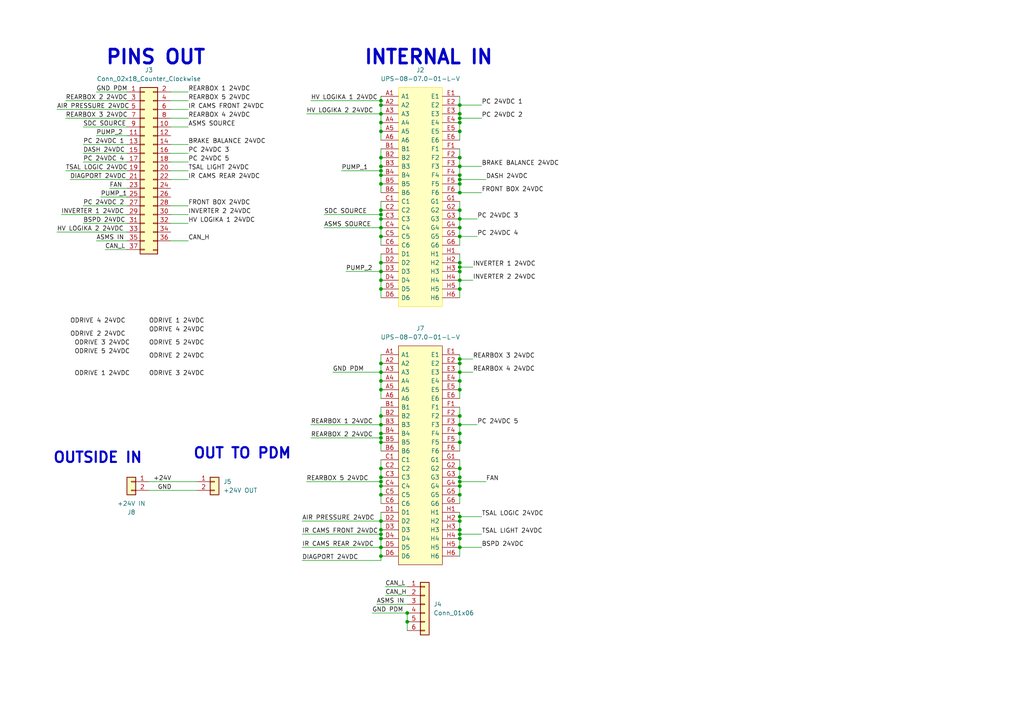
<source format=kicad_sch>
(kicad_sch (version 20230121) (generator eeschema)

  (uuid b652b05a-4e3d-4ad1-b032-18886abe7d45)

  (paper "A4")

  (title_block
    (rev "${REVISION}")
    (company "Author:")
    (comment 1 "Reviewer:")
  )

  (lib_symbols
    (symbol "Connector_Generic:Conn_01x02" (pin_names (offset 1.016) hide) (in_bom yes) (on_board yes)
      (property "Reference" "J" (at 0 2.54 0)
        (effects (font (size 1.27 1.27)))
      )
      (property "Value" "Conn_01x02" (at 0 -5.08 0)
        (effects (font (size 1.27 1.27)))
      )
      (property "Footprint" "" (at 0 0 0)
        (effects (font (size 1.27 1.27)) hide)
      )
      (property "Datasheet" "~" (at 0 0 0)
        (effects (font (size 1.27 1.27)) hide)
      )
      (property "ki_keywords" "connector" (at 0 0 0)
        (effects (font (size 1.27 1.27)) hide)
      )
      (property "ki_description" "Generic connector, single row, 01x02, script generated (kicad-library-utils/schlib/autogen/connector/)" (at 0 0 0)
        (effects (font (size 1.27 1.27)) hide)
      )
      (property "ki_fp_filters" "Connector*:*_1x??_*" (at 0 0 0)
        (effects (font (size 1.27 1.27)) hide)
      )
      (symbol "Conn_01x02_1_1"
        (rectangle (start -1.27 -2.413) (end 0 -2.667)
          (stroke (width 0.1524) (type default))
          (fill (type none))
        )
        (rectangle (start -1.27 0.127) (end 0 -0.127)
          (stroke (width 0.1524) (type default))
          (fill (type none))
        )
        (rectangle (start -1.27 1.27) (end 1.27 -3.81)
          (stroke (width 0.254) (type default))
          (fill (type background))
        )
        (pin passive line (at -5.08 0 0) (length 3.81)
          (name "Pin_1" (effects (font (size 1.27 1.27))))
          (number "1" (effects (font (size 1.27 1.27))))
        )
        (pin passive line (at -5.08 -2.54 0) (length 3.81)
          (name "Pin_2" (effects (font (size 1.27 1.27))))
          (number "2" (effects (font (size 1.27 1.27))))
        )
      )
    )
    (symbol "Connector_Generic:Conn_01x06" (pin_names (offset 1.016) hide) (in_bom yes) (on_board yes)
      (property "Reference" "J" (at 0 7.62 0)
        (effects (font (size 1.27 1.27)))
      )
      (property "Value" "Conn_01x06" (at 0 -10.16 0)
        (effects (font (size 1.27 1.27)))
      )
      (property "Footprint" "" (at 0 0 0)
        (effects (font (size 1.27 1.27)) hide)
      )
      (property "Datasheet" "~" (at 0 0 0)
        (effects (font (size 1.27 1.27)) hide)
      )
      (property "ki_keywords" "connector" (at 0 0 0)
        (effects (font (size 1.27 1.27)) hide)
      )
      (property "ki_description" "Generic connector, single row, 01x06, script generated (kicad-library-utils/schlib/autogen/connector/)" (at 0 0 0)
        (effects (font (size 1.27 1.27)) hide)
      )
      (property "ki_fp_filters" "Connector*:*_1x??_*" (at 0 0 0)
        (effects (font (size 1.27 1.27)) hide)
      )
      (symbol "Conn_01x06_1_1"
        (rectangle (start -1.27 -7.493) (end 0 -7.747)
          (stroke (width 0.1524) (type default))
          (fill (type none))
        )
        (rectangle (start -1.27 -4.953) (end 0 -5.207)
          (stroke (width 0.1524) (type default))
          (fill (type none))
        )
        (rectangle (start -1.27 -2.413) (end 0 -2.667)
          (stroke (width 0.1524) (type default))
          (fill (type none))
        )
        (rectangle (start -1.27 0.127) (end 0 -0.127)
          (stroke (width 0.1524) (type default))
          (fill (type none))
        )
        (rectangle (start -1.27 2.667) (end 0 2.413)
          (stroke (width 0.1524) (type default))
          (fill (type none))
        )
        (rectangle (start -1.27 5.207) (end 0 4.953)
          (stroke (width 0.1524) (type default))
          (fill (type none))
        )
        (rectangle (start -1.27 6.35) (end 1.27 -8.89)
          (stroke (width 0.254) (type default))
          (fill (type background))
        )
        (pin passive line (at -5.08 5.08 0) (length 3.81)
          (name "Pin_1" (effects (font (size 1.27 1.27))))
          (number "1" (effects (font (size 1.27 1.27))))
        )
        (pin passive line (at -5.08 2.54 0) (length 3.81)
          (name "Pin_2" (effects (font (size 1.27 1.27))))
          (number "2" (effects (font (size 1.27 1.27))))
        )
        (pin passive line (at -5.08 0 0) (length 3.81)
          (name "Pin_3" (effects (font (size 1.27 1.27))))
          (number "3" (effects (font (size 1.27 1.27))))
        )
        (pin passive line (at -5.08 -2.54 0) (length 3.81)
          (name "Pin_4" (effects (font (size 1.27 1.27))))
          (number "4" (effects (font (size 1.27 1.27))))
        )
        (pin passive line (at -5.08 -5.08 0) (length 3.81)
          (name "Pin_5" (effects (font (size 1.27 1.27))))
          (number "5" (effects (font (size 1.27 1.27))))
        )
        (pin passive line (at -5.08 -7.62 0) (length 3.81)
          (name "Pin_6" (effects (font (size 1.27 1.27))))
          (number "6" (effects (font (size 1.27 1.27))))
        )
      )
    )
    (symbol "Connector_Generic:Conn_02x18_Odd_Even" (pin_names (offset 1.016) hide) (in_bom yes) (on_board yes)
      (property "Reference" "J3" (at 1.27 26.67 0)
        (effects (font (size 1.27 1.27)))
      )
      (property "Value" "Conn_02x18_Counter_Clockwise" (at 1.27 24.13 0)
        (effects (font (size 1.27 1.27)))
      )
      (property "Footprint" "Connector_IDC:IDC-Header_2x20-1MP_P2.54mm_Latch6.5mm_Vertical" (at 0 0 0)
        (effects (font (size 1.27 1.27)) hide)
      )
      (property "Datasheet" "~" (at 0 0 0)
        (effects (font (size 1.27 1.27)) hide)
      )
      (property "ki_keywords" "connector" (at 0 0 0)
        (effects (font (size 1.27 1.27)) hide)
      )
      (property "ki_description" "Generic connector, double row, 02x18, odd/even pin numbering scheme (row 1 odd numbers, row 2 even numbers), script generated (kicad-library-utils/schlib/autogen/connector/)" (at 0 0 0)
        (effects (font (size 1.27 1.27)) hide)
      )
      (property "ki_fp_filters" "Connector*:*_2x??_*" (at 0 0 0)
        (effects (font (size 1.27 1.27)) hide)
      )
      (symbol "Conn_02x18_Odd_Even_1_1"
        (rectangle (start -1.27 -25.273) (end 0 -25.527)
          (stroke (width 0.1524) (type default))
          (fill (type none))
        )
        (rectangle (start -1.27 -22.733) (end 0 -22.987)
          (stroke (width 0.1524) (type default))
          (fill (type none))
        )
        (rectangle (start -1.27 -20.193) (end 0 -20.447)
          (stroke (width 0.1524) (type default))
          (fill (type none))
        )
        (rectangle (start -1.27 -17.653) (end 0 -17.907)
          (stroke (width 0.1524) (type default))
          (fill (type none))
        )
        (rectangle (start -1.27 -15.113) (end 0 -15.367)
          (stroke (width 0.1524) (type default))
          (fill (type none))
        )
        (rectangle (start -1.27 -12.573) (end 0 -12.827)
          (stroke (width 0.1524) (type default))
          (fill (type none))
        )
        (rectangle (start -1.27 -10.033) (end 0 -10.287)
          (stroke (width 0.1524) (type default))
          (fill (type none))
        )
        (rectangle (start -1.27 -7.493) (end 0 -7.747)
          (stroke (width 0.1524) (type default))
          (fill (type none))
        )
        (rectangle (start -1.27 -4.953) (end 0 -5.207)
          (stroke (width 0.1524) (type default))
          (fill (type none))
        )
        (rectangle (start -1.27 -2.413) (end 0 -2.667)
          (stroke (width 0.1524) (type default))
          (fill (type none))
        )
        (rectangle (start -1.27 0.127) (end 0 -0.127)
          (stroke (width 0.1524) (type default))
          (fill (type none))
        )
        (rectangle (start -1.27 2.667) (end 0 2.413)
          (stroke (width 0.1524) (type default))
          (fill (type none))
        )
        (rectangle (start -1.27 5.207) (end 0 4.953)
          (stroke (width 0.1524) (type default))
          (fill (type none))
        )
        (rectangle (start -1.27 7.747) (end 0 7.493)
          (stroke (width 0.1524) (type default))
          (fill (type none))
        )
        (rectangle (start -1.27 10.287) (end 0 10.033)
          (stroke (width 0.1524) (type default))
          (fill (type none))
        )
        (rectangle (start -1.27 12.827) (end 0 12.573)
          (stroke (width 0.1524) (type default))
          (fill (type none))
        )
        (rectangle (start -1.27 15.367) (end 0 15.113)
          (stroke (width 0.1524) (type default))
          (fill (type none))
        )
        (rectangle (start -1.27 17.907) (end 0 17.653)
          (stroke (width 0.1524) (type default))
          (fill (type none))
        )
        (rectangle (start -1.27 20.447) (end 0 20.193)
          (stroke (width 0.1524) (type default))
          (fill (type none))
        )
        (rectangle (start -1.27 21.59) (end 3.81 -26.67)
          (stroke (width 0.254) (type default))
          (fill (type background))
        )
        (rectangle (start 2.54 -25.4) (end 3.81 -25.654)
          (stroke (width 0.1524) (type default))
          (fill (type none))
        )
        (rectangle (start 2.54 -22.733) (end 3.81 -22.987)
          (stroke (width 0.1524) (type default))
          (fill (type none))
        )
        (rectangle (start 3.81 -20.193) (end 2.54 -20.447)
          (stroke (width 0.1524) (type default))
          (fill (type none))
        )
        (rectangle (start 3.81 -17.653) (end 2.54 -17.907)
          (stroke (width 0.1524) (type default))
          (fill (type none))
        )
        (rectangle (start 3.81 -15.113) (end 2.54 -15.367)
          (stroke (width 0.1524) (type default))
          (fill (type none))
        )
        (rectangle (start 3.81 -12.573) (end 2.54 -12.827)
          (stroke (width 0.1524) (type default))
          (fill (type none))
        )
        (rectangle (start 3.81 -10.033) (end 2.54 -10.287)
          (stroke (width 0.1524) (type default))
          (fill (type none))
        )
        (rectangle (start 3.81 -7.493) (end 2.54 -7.747)
          (stroke (width 0.1524) (type default))
          (fill (type none))
        )
        (rectangle (start 3.81 -4.953) (end 2.54 -5.207)
          (stroke (width 0.1524) (type default))
          (fill (type none))
        )
        (rectangle (start 3.81 -2.413) (end 2.54 -2.667)
          (stroke (width 0.1524) (type default))
          (fill (type none))
        )
        (rectangle (start 3.81 0.127) (end 2.54 -0.127)
          (stroke (width 0.1524) (type default))
          (fill (type none))
        )
        (rectangle (start 3.81 2.667) (end 2.54 2.413)
          (stroke (width 0.1524) (type default))
          (fill (type none))
        )
        (rectangle (start 3.81 5.207) (end 2.54 4.953)
          (stroke (width 0.1524) (type default))
          (fill (type none))
        )
        (rectangle (start 3.81 7.747) (end 2.54 7.493)
          (stroke (width 0.1524) (type default))
          (fill (type none))
        )
        (rectangle (start 3.81 10.287) (end 2.54 10.033)
          (stroke (width 0.1524) (type default))
          (fill (type none))
        )
        (rectangle (start 3.81 12.827) (end 2.54 12.573)
          (stroke (width 0.1524) (type default))
          (fill (type none))
        )
        (rectangle (start 3.81 15.367) (end 2.54 15.113)
          (stroke (width 0.1524) (type default))
          (fill (type none))
        )
        (rectangle (start 3.81 17.907) (end 2.54 17.653)
          (stroke (width 0.1524) (type default))
          (fill (type none))
        )
        (rectangle (start 3.81 20.447) (end 2.54 20.193)
          (stroke (width 0.1524) (type default))
          (fill (type none))
        )
        (pin passive line (at -5.08 20.32 0) (length 3.81)
          (name "Pin_1" (effects (font (size 1.27 1.27))))
          (number "1" (effects (font (size 1.27 1.27))))
        )
        (pin passive line (at 7.62 10.16 180) (length 3.81)
          (name "Pin_10" (effects (font (size 1.27 1.27))))
          (number "10" (effects (font (size 1.27 1.27))))
        )
        (pin passive line (at -5.08 7.62 0) (length 3.81)
          (name "Pin_11" (effects (font (size 1.27 1.27))))
          (number "11" (effects (font (size 1.27 1.27))))
        )
        (pin passive line (at 7.62 7.62 180) (length 3.81)
          (name "Pin_12" (effects (font (size 1.27 1.27))))
          (number "12" (effects (font (size 1.27 1.27))))
        )
        (pin passive line (at -5.08 5.08 0) (length 3.81)
          (name "Pin_13" (effects (font (size 1.27 1.27))))
          (number "13" (effects (font (size 1.27 1.27))))
        )
        (pin passive line (at 7.62 5.08 180) (length 3.81)
          (name "Pin_14" (effects (font (size 1.27 1.27))))
          (number "14" (effects (font (size 1.27 1.27))))
        )
        (pin passive line (at -5.08 2.54 0) (length 3.81)
          (name "Pin_15" (effects (font (size 1.27 1.27))))
          (number "15" (effects (font (size 1.27 1.27))))
        )
        (pin passive line (at 7.62 2.54 180) (length 3.81)
          (name "Pin_16" (effects (font (size 1.27 1.27))))
          (number "16" (effects (font (size 1.27 1.27))))
        )
        (pin passive line (at -5.08 0 0) (length 3.81)
          (name "Pin_17" (effects (font (size 1.27 1.27))))
          (number "17" (effects (font (size 1.27 1.27))))
        )
        (pin passive line (at 7.62 0 180) (length 3.81)
          (name "Pin_18" (effects (font (size 1.27 1.27))))
          (number "18" (effects (font (size 1.27 1.27))))
        )
        (pin passive line (at -5.08 -2.54 0) (length 3.81)
          (name "Pin_19" (effects (font (size 1.27 1.27))))
          (number "19" (effects (font (size 1.27 1.27))))
        )
        (pin passive line (at 7.62 20.32 180) (length 3.81)
          (name "Pin_2" (effects (font (size 1.27 1.27))))
          (number "2" (effects (font (size 1.27 1.27))))
        )
        (pin passive line (at 7.62 -2.54 180) (length 3.81)
          (name "Pin_20" (effects (font (size 1.27 1.27))))
          (number "20" (effects (font (size 1.27 1.27))))
        )
        (pin passive line (at -5.08 -5.08 0) (length 3.81)
          (name "Pin_21" (effects (font (size 1.27 1.27))))
          (number "21" (effects (font (size 1.27 1.27))))
        )
        (pin passive line (at 7.62 -5.08 180) (length 3.81)
          (name "Pin_22" (effects (font (size 1.27 1.27))))
          (number "22" (effects (font (size 1.27 1.27))))
        )
        (pin passive line (at -5.08 -7.62 0) (length 3.81)
          (name "Pin_23" (effects (font (size 1.27 1.27))))
          (number "23" (effects (font (size 1.27 1.27))))
        )
        (pin passive line (at 7.62 -7.62 180) (length 3.81)
          (name "Pin_24" (effects (font (size 1.27 1.27))))
          (number "24" (effects (font (size 1.27 1.27))))
        )
        (pin passive line (at -5.08 -10.16 0) (length 3.81)
          (name "Pin_25" (effects (font (size 1.27 1.27))))
          (number "25" (effects (font (size 1.27 1.27))))
        )
        (pin passive line (at 7.62 -10.16 180) (length 3.81)
          (name "Pin_26" (effects (font (size 1.27 1.27))))
          (number "26" (effects (font (size 1.27 1.27))))
        )
        (pin passive line (at -5.08 -12.7 0) (length 3.81)
          (name "Pin_27" (effects (font (size 1.27 1.27))))
          (number "27" (effects (font (size 1.27 1.27))))
        )
        (pin passive line (at 7.62 -12.7 180) (length 3.81)
          (name "Pin_28" (effects (font (size 1.27 1.27))))
          (number "28" (effects (font (size 1.27 1.27))))
        )
        (pin passive line (at -5.08 -15.24 0) (length 3.81)
          (name "Pin_29" (effects (font (size 1.27 1.27))))
          (number "29" (effects (font (size 1.27 1.27))))
        )
        (pin passive line (at -5.08 17.78 0) (length 3.81)
          (name "Pin_3" (effects (font (size 1.27 1.27))))
          (number "3" (effects (font (size 1.27 1.27))))
        )
        (pin passive line (at 7.62 -15.24 180) (length 3.81)
          (name "Pin_30" (effects (font (size 1.27 1.27))))
          (number "30" (effects (font (size 1.27 1.27))))
        )
        (pin passive line (at -5.08 -17.78 0) (length 3.81)
          (name "Pin_31" (effects (font (size 1.27 1.27))))
          (number "31" (effects (font (size 1.27 1.27))))
        )
        (pin passive line (at 7.62 -17.78 180) (length 3.81)
          (name "Pin_32" (effects (font (size 1.27 1.27))))
          (number "32" (effects (font (size 1.27 1.27))))
        )
        (pin passive line (at -5.08 -20.32 0) (length 3.81)
          (name "Pin_33" (effects (font (size 1.27 1.27))))
          (number "33" (effects (font (size 1.27 1.27))))
        )
        (pin passive line (at 7.62 -20.32 180) (length 3.81)
          (name "Pin_34" (effects (font (size 1.27 1.27))))
          (number "34" (effects (font (size 1.27 1.27))))
        )
        (pin passive line (at -5.08 -22.86 0) (length 3.81)
          (name "Pin_35" (effects (font (size 1.27 1.27))))
          (number "35" (effects (font (size 1.27 1.27))))
        )
        (pin passive line (at 7.62 -22.86 180) (length 3.81)
          (name "Pin_36" (effects (font (size 1.27 1.27))))
          (number "36" (effects (font (size 1.27 1.27))))
        )
        (pin passive line (at -5.08 -25.4 0) (length 3.81)
          (name "Pin_37" (effects (font (size 1.27 1.27))))
          (number "37" (effects (font (size 1.27 1.27))))
        )
        (pin passive line (at 7.62 17.78 180) (length 3.81)
          (name "Pin_4" (effects (font (size 1.27 1.27))))
          (number "4" (effects (font (size 1.27 1.27))))
        )
        (pin passive line (at -5.08 15.24 0) (length 3.81)
          (name "Pin_5" (effects (font (size 1.27 1.27))))
          (number "5" (effects (font (size 1.27 1.27))))
        )
        (pin passive line (at 7.62 15.24 180) (length 3.81)
          (name "Pin_6" (effects (font (size 1.27 1.27))))
          (number "6" (effects (font (size 1.27 1.27))))
        )
        (pin passive line (at -5.08 12.7 0) (length 3.81)
          (name "Pin_7" (effects (font (size 1.27 1.27))))
          (number "7" (effects (font (size 1.27 1.27))))
        )
        (pin passive line (at 7.62 12.7 180) (length 3.81)
          (name "Pin_8" (effects (font (size 1.27 1.27))))
          (number "8" (effects (font (size 1.27 1.27))))
        )
        (pin passive line (at -5.08 10.16 0) (length 3.81)
          (name "Pin_9" (effects (font (size 1.27 1.27))))
          (number "9" (effects (font (size 1.27 1.27))))
        )
      )
    )
    (symbol "UPS-08-07.0-01-L-V:UPS-08-07.0-01-L-V" (pin_names (offset 0.762)) (in_bom yes) (on_board yes)
      (property "Reference" "J7" (at 11.43 7.62 0)
        (effects (font (size 1.27 1.27)))
      )
      (property "Value" "UPS-08-07.0-01-L-V" (at 11.43 5.08 0)
        (effects (font (size 1.27 1.27)))
      )
      (property "Footprint" "UPS0807001LV" (at 19.05 2.54 0)
        (effects (font (size 1.27 1.27)) (justify left) hide)
      )
      (property "Datasheet" "https://suddendocs.samtec.com/prints/ups-xx-xx.x-xx-x-xx-xx-xx-mkt.pdf?_gl=1*1eqiza8*_ga*MTMzOTQ5MTUyOC4xNzA1NDA3MzU4*_ga_3KFNZC07WW*MTcxMDQ4MTgxOS4yNS4xLjE3MTA0ODE4MzcuNDIuMC4w" (at 19.05 0 0)
        (effects (font (size 1.27 1.27)) (justify left) hide)
      )
      (property "Description" "SAMTEC - UPS-08-07.0-01-L-V . - CONNECTOR, RCPT, 8POS, 1ROW, 3.81MM" (at 19.05 -2.54 0)
        (effects (font (size 1.27 1.27)) (justify left) hide)
      )
      (property "Height" "6.88" (at 19.05 -5.08 0)
        (effects (font (size 1.27 1.27)) (justify left) hide)
      )
      (property "Manufacturer_Name" "SAMTEC" (at 19.05 -7.62 0)
        (effects (font (size 1.27 1.27)) (justify left) hide)
      )
      (property "Manufacturer_Part_Number" "UPS-08-07.0-01-L-V" (at 19.05 -10.16 0)
        (effects (font (size 1.27 1.27)) (justify left) hide)
      )
      (property "Mouser Part Number" "200-UPS0807.001LV" (at 19.05 -12.7 0)
        (effects (font (size 1.27 1.27)) (justify left) hide)
      )
      (property "Mouser Price/Stock" "https://www.mouser.com/Search/Refine.aspx?Keyword=200-UPS0807.001LV" (at 19.05 -15.24 0)
        (effects (font (size 1.27 1.27)) (justify left) hide)
      )
      (property "Arrow Part Number" "UPS-08-07.0-01-L-V" (at 19.05 -17.78 0)
        (effects (font (size 1.27 1.27)) (justify left) hide)
      )
      (property "Arrow Price/Stock" "https://www.arrow.com/en/products/ups-08-07.0-01-l-v/samtec" (at 19.05 -20.32 0)
        (effects (font (size 1.27 1.27)) (justify left) hide)
      )
      (property "ki_description" "SAMTEC - UPS-08-07.0-01-L-V . - CONNECTOR, RCPT, 8POS, 1ROW, 3.81MM" (at 0 0 0)
        (effects (font (size 1.27 1.27)) hide)
      )
      (symbol "UPS-08-07.0-01-L-V_0_0"
        (pin passive line (at 0 0 0) (length 5.08)
          (name "A1" (effects (font (size 1.27 1.27))))
          (number "A1" (effects (font (size 1.27 1.27))))
        )
        (pin passive line (at 0 -2.54 0) (length 5.08)
          (name "A2" (effects (font (size 1.27 1.27))))
          (number "A2" (effects (font (size 1.27 1.27))))
        )
        (pin passive line (at 0 -5.08 0) (length 5.08)
          (name "A3" (effects (font (size 1.27 1.27))))
          (number "A3" (effects (font (size 1.27 1.27))))
        )
        (pin passive line (at 0 -7.62 0) (length 5.08)
          (name "A4" (effects (font (size 1.27 1.27))))
          (number "A4" (effects (font (size 1.27 1.27))))
        )
        (pin passive line (at 0 -10.16 0) (length 5.08)
          (name "A5" (effects (font (size 1.27 1.27))))
          (number "A5" (effects (font (size 1.27 1.27))))
        )
        (pin passive line (at 0 -12.7 0) (length 5.08)
          (name "A6" (effects (font (size 1.27 1.27))))
          (number "A6" (effects (font (size 1.27 1.27))))
        )
        (pin passive line (at 0 -15.24 0) (length 5.08)
          (name "B1" (effects (font (size 1.27 1.27))))
          (number "B1" (effects (font (size 1.27 1.27))))
        )
        (pin passive line (at 0 -17.78 0) (length 5.08)
          (name "B2" (effects (font (size 1.27 1.27))))
          (number "B2" (effects (font (size 1.27 1.27))))
        )
        (pin passive line (at 0 -20.32 0) (length 5.08)
          (name "B3" (effects (font (size 1.27 1.27))))
          (number "B3" (effects (font (size 1.27 1.27))))
        )
        (pin passive line (at 0 -22.86 0) (length 5.08)
          (name "B4" (effects (font (size 1.27 1.27))))
          (number "B4" (effects (font (size 1.27 1.27))))
        )
        (pin passive line (at 0 -25.4 0) (length 5.08)
          (name "B5" (effects (font (size 1.27 1.27))))
          (number "B5" (effects (font (size 1.27 1.27))))
        )
        (pin passive line (at 0 -27.94 0) (length 5.08)
          (name "B6" (effects (font (size 1.27 1.27))))
          (number "B6" (effects (font (size 1.27 1.27))))
        )
        (pin passive line (at 0 -30.48 0) (length 5.08)
          (name "C1" (effects (font (size 1.27 1.27))))
          (number "C1" (effects (font (size 1.27 1.27))))
        )
        (pin passive line (at 0 -33.02 0) (length 5.08)
          (name "C2" (effects (font (size 1.27 1.27))))
          (number "C2" (effects (font (size 1.27 1.27))))
        )
        (pin passive line (at 0 -35.56 0) (length 5.08)
          (name "C3" (effects (font (size 1.27 1.27))))
          (number "C3" (effects (font (size 1.27 1.27))))
        )
        (pin passive line (at 0 -38.1 0) (length 5.08)
          (name "C4" (effects (font (size 1.27 1.27))))
          (number "C4" (effects (font (size 1.27 1.27))))
        )
        (pin passive line (at 0 -40.64 0) (length 5.08)
          (name "C5" (effects (font (size 1.27 1.27))))
          (number "C5" (effects (font (size 1.27 1.27))))
        )
        (pin passive line (at 0 -43.18 0) (length 5.08)
          (name "C6" (effects (font (size 1.27 1.27))))
          (number "C6" (effects (font (size 1.27 1.27))))
        )
        (pin passive line (at 0 -45.72 0) (length 5.08)
          (name "D1" (effects (font (size 1.27 1.27))))
          (number "D1" (effects (font (size 1.27 1.27))))
        )
        (pin passive line (at 0 -48.26 0) (length 5.08)
          (name "D2" (effects (font (size 1.27 1.27))))
          (number "D2" (effects (font (size 1.27 1.27))))
        )
        (pin passive line (at 0 -50.8 0) (length 5.08)
          (name "D3" (effects (font (size 1.27 1.27))))
          (number "D3" (effects (font (size 1.27 1.27))))
        )
        (pin passive line (at 0 -53.34 0) (length 5.08)
          (name "D4" (effects (font (size 1.27 1.27))))
          (number "D4" (effects (font (size 1.27 1.27))))
        )
        (pin passive line (at 0 -55.88 0) (length 5.08)
          (name "D5" (effects (font (size 1.27 1.27))))
          (number "D5" (effects (font (size 1.27 1.27))))
        )
        (pin passive line (at 0 -58.42 0) (length 5.08)
          (name "D6" (effects (font (size 1.27 1.27))))
          (number "D6" (effects (font (size 1.27 1.27))))
        )
        (pin passive line (at 22.86 0 180) (length 5.08)
          (name "E1" (effects (font (size 1.27 1.27))))
          (number "E1" (effects (font (size 1.27 1.27))))
        )
        (pin passive line (at 22.86 -2.54 180) (length 5.08)
          (name "E2" (effects (font (size 1.27 1.27))))
          (number "E2" (effects (font (size 1.27 1.27))))
        )
        (pin passive line (at 22.86 -5.08 180) (length 5.08)
          (name "E3" (effects (font (size 1.27 1.27))))
          (number "E3" (effects (font (size 1.27 1.27))))
        )
        (pin passive line (at 22.86 -7.62 180) (length 5.08)
          (name "E4" (effects (font (size 1.27 1.27))))
          (number "E4" (effects (font (size 1.27 1.27))))
        )
        (pin passive line (at 22.86 -10.16 180) (length 5.08)
          (name "E5" (effects (font (size 1.27 1.27))))
          (number "E5" (effects (font (size 1.27 1.27))))
        )
        (pin passive line (at 22.86 -12.7 180) (length 5.08)
          (name "E6" (effects (font (size 1.27 1.27))))
          (number "E6" (effects (font (size 1.27 1.27))))
        )
        (pin passive line (at 22.86 -15.24 180) (length 5.08)
          (name "F1" (effects (font (size 1.27 1.27))))
          (number "F1" (effects (font (size 1.27 1.27))))
        )
        (pin passive line (at 22.86 -17.78 180) (length 5.08)
          (name "F2" (effects (font (size 1.27 1.27))))
          (number "F2" (effects (font (size 1.27 1.27))))
        )
        (pin passive line (at 22.86 -20.32 180) (length 5.08)
          (name "F3" (effects (font (size 1.27 1.27))))
          (number "F3" (effects (font (size 1.27 1.27))))
        )
        (pin passive line (at 22.86 -22.86 180) (length 5.08)
          (name "F4" (effects (font (size 1.27 1.27))))
          (number "F4" (effects (font (size 1.27 1.27))))
        )
        (pin passive line (at 22.86 -25.4 180) (length 5.08)
          (name "F5" (effects (font (size 1.27 1.27))))
          (number "F5" (effects (font (size 1.27 1.27))))
        )
        (pin passive line (at 22.86 -27.94 180) (length 5.08)
          (name "F6" (effects (font (size 1.27 1.27))))
          (number "F6" (effects (font (size 1.27 1.27))))
        )
        (pin passive line (at 22.86 -30.48 180) (length 5.08)
          (name "G1" (effects (font (size 1.27 1.27))))
          (number "G1" (effects (font (size 1.27 1.27))))
        )
        (pin passive line (at 22.86 -33.02 180) (length 5.08)
          (name "G2" (effects (font (size 1.27 1.27))))
          (number "G2" (effects (font (size 1.27 1.27))))
        )
        (pin passive line (at 22.86 -35.56 180) (length 5.08)
          (name "G3" (effects (font (size 1.27 1.27))))
          (number "G3" (effects (font (size 1.27 1.27))))
        )
        (pin passive line (at 22.86 -38.1 180) (length 5.08)
          (name "G4" (effects (font (size 1.27 1.27))))
          (number "G4" (effects (font (size 1.27 1.27))))
        )
        (pin passive line (at 22.86 -40.64 180) (length 5.08)
          (name "G5" (effects (font (size 1.27 1.27))))
          (number "G5" (effects (font (size 1.27 1.27))))
        )
        (pin passive line (at 22.86 -43.18 180) (length 5.08)
          (name "G6" (effects (font (size 1.27 1.27))))
          (number "G6" (effects (font (size 1.27 1.27))))
        )
        (pin passive line (at 22.86 -45.72 180) (length 5.08)
          (name "H1" (effects (font (size 1.27 1.27))))
          (number "H1" (effects (font (size 1.27 1.27))))
        )
        (pin passive line (at 22.86 -48.26 180) (length 5.08)
          (name "H2" (effects (font (size 1.27 1.27))))
          (number "H2" (effects (font (size 1.27 1.27))))
        )
        (pin passive line (at 22.86 -50.8 180) (length 5.08)
          (name "H3" (effects (font (size 1.27 1.27))))
          (number "H3" (effects (font (size 1.27 1.27))))
        )
        (pin passive line (at 22.86 -53.34 180) (length 5.08)
          (name "H4" (effects (font (size 1.27 1.27))))
          (number "H4" (effects (font (size 1.27 1.27))))
        )
        (pin passive line (at 22.86 -55.88 180) (length 5.08)
          (name "H5" (effects (font (size 1.27 1.27))))
          (number "H5" (effects (font (size 1.27 1.27))))
        )
        (pin passive line (at 22.86 -58.42 180) (length 5.08)
          (name "H6" (effects (font (size 1.27 1.27))))
          (number "H6" (effects (font (size 1.27 1.27))))
        )
      )
      (symbol "UPS-08-07.0-01-L-V_1_1"
        (polyline
          (pts
            (xy 5.08 2.54)
            (xy 17.78 2.54)
            (xy 17.78 -60.96)
            (xy 5.08 -60.96)
            (xy 5.08 2.54)
          )
          (stroke (width 0.1524) (type solid))
          (fill (type background))
        )
      )
    )
    (symbol "UPS-08-07.0-01-L-V_1" (pin_names (offset 0.762)) (in_bom yes) (on_board yes)
      (property "Reference" "J2" (at 11.43 7.62 0)
        (effects (font (size 1.27 1.27)))
      )
      (property "Value" "UPS-08-07.0-01-L-V" (at 11.43 5.08 0)
        (effects (font (size 1.27 1.27)))
      )
      (property "Footprint" "UPS0807001LV" (at 19.05 2.54 0)
        (effects (font (size 1.27 1.27)) (justify left) hide)
      )
      (property "Datasheet" "https://suddendocs.samtec.com/prints/ups-xx-xx.x-xx-x-xx-xx-xx-mkt.pdf?_gl=1*1eqiza8*_ga*MTMzOTQ5MTUyOC4xNzA1NDA3MzU4*_ga_3KFNZC07WW*MTcxMDQ4MTgxOS4yNS4xLjE3MTA0ODE4MzcuNDIuMC4w" (at 19.05 0 0)
        (effects (font (size 1.27 1.27)) (justify left) hide)
      )
      (property "Description" "SAMTEC - UPS-08-07.0-01-L-V . - CONNECTOR, RCPT, 8POS, 1ROW, 3.81MM" (at 19.05 -2.54 0)
        (effects (font (size 1.27 1.27)) (justify left) hide)
      )
      (property "Height" "6.88" (at 19.05 -5.08 0)
        (effects (font (size 1.27 1.27)) (justify left) hide)
      )
      (property "Manufacturer_Name" "SAMTEC" (at 19.05 -7.62 0)
        (effects (font (size 1.27 1.27)) (justify left) hide)
      )
      (property "Manufacturer_Part_Number" "UPS-08-07.0-01-L-V" (at 19.05 -10.16 0)
        (effects (font (size 1.27 1.27)) (justify left) hide)
      )
      (property "Mouser Part Number" "200-UPS0807.001LV" (at 19.05 -12.7 0)
        (effects (font (size 1.27 1.27)) (justify left) hide)
      )
      (property "Mouser Price/Stock" "https://www.mouser.com/Search/Refine.aspx?Keyword=200-UPS0807.001LV" (at 19.05 -15.24 0)
        (effects (font (size 1.27 1.27)) (justify left) hide)
      )
      (property "Arrow Part Number" "UPS-08-07.0-01-L-V" (at 19.05 -17.78 0)
        (effects (font (size 1.27 1.27)) (justify left) hide)
      )
      (property "Arrow Price/Stock" "https://www.arrow.com/en/products/ups-08-07.0-01-l-v/samtec" (at 19.05 -20.32 0)
        (effects (font (size 1.27 1.27)) (justify left) hide)
      )
      (property "ki_description" "SAMTEC - UPS-08-07.0-01-L-V . - CONNECTOR, RCPT, 8POS, 1ROW, 3.81MM" (at 0 0 0)
        (effects (font (size 1.27 1.27)) hide)
      )
      (symbol "UPS-08-07.0-01-L-V_1_0_0"
        (pin passive line (at 0 0 0) (length 5.08)
          (name "A1" (effects (font (size 1.27 1.27))))
          (number "A1" (effects (font (size 1.27 1.27))))
        )
        (pin passive line (at 0 -2.54 0) (length 5.08)
          (name "A2" (effects (font (size 1.27 1.27))))
          (number "A2" (effects (font (size 1.27 1.27))))
        )
        (pin passive line (at 0 -5.08 0) (length 5.08)
          (name "A3" (effects (font (size 1.27 1.27))))
          (number "A3" (effects (font (size 1.27 1.27))))
        )
        (pin passive line (at 0 -7.62 0) (length 5.08)
          (name "A4" (effects (font (size 1.27 1.27))))
          (number "A4" (effects (font (size 1.27 1.27))))
        )
        (pin passive line (at 0 -10.16 0) (length 5.08)
          (name "A5" (effects (font (size 1.27 1.27))))
          (number "A5" (effects (font (size 1.27 1.27))))
        )
        (pin passive line (at 0 -12.7 0) (length 5.08)
          (name "A6" (effects (font (size 1.27 1.27))))
          (number "A6" (effects (font (size 1.27 1.27))))
        )
        (pin passive line (at 0 -15.24 0) (length 5.08)
          (name "B1" (effects (font (size 1.27 1.27))))
          (number "B1" (effects (font (size 1.27 1.27))))
        )
        (pin passive line (at 0 -17.78 0) (length 5.08)
          (name "B2" (effects (font (size 1.27 1.27))))
          (number "B2" (effects (font (size 1.27 1.27))))
        )
        (pin passive line (at 0 -20.32 0) (length 5.08)
          (name "B3" (effects (font (size 1.27 1.27))))
          (number "B3" (effects (font (size 1.27 1.27))))
        )
        (pin passive line (at 0 -22.86 0) (length 5.08)
          (name "B4" (effects (font (size 1.27 1.27))))
          (number "B4" (effects (font (size 1.27 1.27))))
        )
        (pin passive line (at 0 -25.4 0) (length 5.08)
          (name "B5" (effects (font (size 1.27 1.27))))
          (number "B5" (effects (font (size 1.27 1.27))))
        )
        (pin passive line (at 0 -27.94 0) (length 5.08)
          (name "B6" (effects (font (size 1.27 1.27))))
          (number "B6" (effects (font (size 1.27 1.27))))
        )
        (pin passive line (at 0 -30.48 0) (length 5.08)
          (name "C1" (effects (font (size 1.27 1.27))))
          (number "C1" (effects (font (size 1.27 1.27))))
        )
        (pin passive line (at 0 -33.02 0) (length 5.08)
          (name "C2" (effects (font (size 1.27 1.27))))
          (number "C2" (effects (font (size 1.27 1.27))))
        )
        (pin passive line (at 0 -35.56 0) (length 5.08)
          (name "C3" (effects (font (size 1.27 1.27))))
          (number "C3" (effects (font (size 1.27 1.27))))
        )
        (pin passive line (at 0 -38.1 0) (length 5.08)
          (name "C4" (effects (font (size 1.27 1.27))))
          (number "C4" (effects (font (size 1.27 1.27))))
        )
        (pin passive line (at 0 -40.64 0) (length 5.08)
          (name "C5" (effects (font (size 1.27 1.27))))
          (number "C5" (effects (font (size 1.27 1.27))))
        )
        (pin passive line (at 0 -43.18 0) (length 5.08)
          (name "C6" (effects (font (size 1.27 1.27))))
          (number "C6" (effects (font (size 1.27 1.27))))
        )
        (pin passive line (at 0 -45.72 0) (length 5.08)
          (name "D1" (effects (font (size 1.27 1.27))))
          (number "D1" (effects (font (size 1.27 1.27))))
        )
        (pin passive line (at 0 -48.26 0) (length 5.08)
          (name "D2" (effects (font (size 1.27 1.27))))
          (number "D2" (effects (font (size 1.27 1.27))))
        )
        (pin passive line (at 0 -50.8 0) (length 5.08)
          (name "D3" (effects (font (size 1.27 1.27))))
          (number "D3" (effects (font (size 1.27 1.27))))
        )
        (pin passive line (at 0 -53.34 0) (length 5.08)
          (name "D4" (effects (font (size 1.27 1.27))))
          (number "D4" (effects (font (size 1.27 1.27))))
        )
        (pin passive line (at 0 -55.88 0) (length 5.08)
          (name "D5" (effects (font (size 1.27 1.27))))
          (number "D5" (effects (font (size 1.27 1.27))))
        )
        (pin passive line (at 0 -58.42 0) (length 5.08)
          (name "D6" (effects (font (size 1.27 1.27))))
          (number "D6" (effects (font (size 1.27 1.27))))
        )
        (pin passive line (at 22.86 0 180) (length 5.08)
          (name "E1" (effects (font (size 1.27 1.27))))
          (number "E1" (effects (font (size 1.27 1.27))))
        )
        (pin passive line (at 22.86 -2.54 180) (length 5.08)
          (name "E2" (effects (font (size 1.27 1.27))))
          (number "E2" (effects (font (size 1.27 1.27))))
        )
        (pin passive line (at 22.86 -5.08 180) (length 5.08)
          (name "E3" (effects (font (size 1.27 1.27))))
          (number "E3" (effects (font (size 1.27 1.27))))
        )
        (pin passive line (at 22.86 -7.62 180) (length 5.08)
          (name "E4" (effects (font (size 1.27 1.27))))
          (number "E4" (effects (font (size 1.27 1.27))))
        )
        (pin passive line (at 22.86 -10.16 180) (length 5.08)
          (name "E5" (effects (font (size 1.27 1.27))))
          (number "E5" (effects (font (size 1.27 1.27))))
        )
        (pin passive line (at 22.86 -12.7 180) (length 5.08)
          (name "E6" (effects (font (size 1.27 1.27))))
          (number "E6" (effects (font (size 1.27 1.27))))
        )
        (pin passive line (at 22.86 -15.24 180) (length 5.08)
          (name "F1" (effects (font (size 1.27 1.27))))
          (number "F1" (effects (font (size 1.27 1.27))))
        )
        (pin passive line (at 22.86 -17.78 180) (length 5.08)
          (name "F2" (effects (font (size 1.27 1.27))))
          (number "F2" (effects (font (size 1.27 1.27))))
        )
        (pin passive line (at 22.86 -20.32 180) (length 5.08)
          (name "F3" (effects (font (size 1.27 1.27))))
          (number "F3" (effects (font (size 1.27 1.27))))
        )
        (pin passive line (at 22.86 -22.86 180) (length 5.08)
          (name "F4" (effects (font (size 1.27 1.27))))
          (number "F4" (effects (font (size 1.27 1.27))))
        )
        (pin passive line (at 22.86 -25.4 180) (length 5.08)
          (name "F5" (effects (font (size 1.27 1.27))))
          (number "F5" (effects (font (size 1.27 1.27))))
        )
        (pin passive line (at 22.86 -27.94 180) (length 5.08)
          (name "F6" (effects (font (size 1.27 1.27))))
          (number "F6" (effects (font (size 1.27 1.27))))
        )
        (pin passive line (at 22.86 -30.48 180) (length 5.08)
          (name "G1" (effects (font (size 1.27 1.27))))
          (number "G1" (effects (font (size 1.27 1.27))))
        )
        (pin passive line (at 22.86 -33.02 180) (length 5.08)
          (name "G2" (effects (font (size 1.27 1.27))))
          (number "G2" (effects (font (size 1.27 1.27))))
        )
        (pin passive line (at 22.86 -35.56 180) (length 5.08)
          (name "G3" (effects (font (size 1.27 1.27))))
          (number "G3" (effects (font (size 1.27 1.27))))
        )
        (pin passive line (at 22.86 -38.1 180) (length 5.08)
          (name "G4" (effects (font (size 1.27 1.27))))
          (number "G4" (effects (font (size 1.27 1.27))))
        )
        (pin passive line (at 22.86 -40.64 180) (length 5.08)
          (name "G5" (effects (font (size 1.27 1.27))))
          (number "G5" (effects (font (size 1.27 1.27))))
        )
        (pin passive line (at 22.86 -43.18 180) (length 5.08)
          (name "G6" (effects (font (size 1.27 1.27))))
          (number "G6" (effects (font (size 1.27 1.27))))
        )
        (pin passive line (at 22.86 -45.72 180) (length 5.08)
          (name "H1" (effects (font (size 1.27 1.27))))
          (number "H1" (effects (font (size 1.27 1.27))))
        )
        (pin passive line (at 22.86 -48.26 180) (length 5.08)
          (name "H2" (effects (font (size 1.27 1.27))))
          (number "H2" (effects (font (size 1.27 1.27))))
        )
        (pin passive line (at 22.86 -50.8 180) (length 5.08)
          (name "H3" (effects (font (size 1.27 1.27))))
          (number "H3" (effects (font (size 1.27 1.27))))
        )
        (pin passive line (at 22.86 -53.34 180) (length 5.08)
          (name "H4" (effects (font (size 1.27 1.27))))
          (number "H4" (effects (font (size 1.27 1.27))))
        )
        (pin passive line (at 22.86 -55.88 180) (length 5.08)
          (name "H5" (effects (font (size 1.27 1.27))))
          (number "H5" (effects (font (size 1.27 1.27))))
        )
        (pin passive line (at 22.86 -58.42 180) (length 5.08)
          (name "H6" (effects (font (size 1.27 1.27))))
          (number "H6" (effects (font (size 1.27 1.27))))
        )
      )
      (symbol "UPS-08-07.0-01-L-V_1_1_1"
        (polyline
          (pts
            (xy 5.08 2.54)
            (xy 17.78 2.54)
            (xy 17.78 -60.96)
            (xy 5.08 -60.96)
            (xy 5.08 2.54)
          )
          (stroke (width 0.1524) (type solid) (color 255 219 10 1))
          (fill (type background))
        )
      )
    )
  )

  (junction (at 110.49 154.94) (diameter 0) (color 0 0 0 0)
    (uuid 049af9a7-e0dc-4893-80da-fea229afadae)
  )
  (junction (at 133.35 151.13) (diameter 0) (color 0 0 0 0)
    (uuid 074ec09a-f7ae-49b3-880c-a13341f49754)
  )
  (junction (at 133.35 153.67) (diameter 0) (color 0 0 0 0)
    (uuid 078947de-d0aa-4540-8f53-48e6c022c154)
  )
  (junction (at 110.49 135.89) (diameter 0) (color 0 0 0 0)
    (uuid 09e2e2ba-f03c-4657-8b87-c42c77ae7eba)
  )
  (junction (at 118.11 180.34) (diameter 0) (color 0 0 0 0)
    (uuid 0c604427-6788-4bb8-bf95-08b525a62e23)
  )
  (junction (at 110.49 66.04) (diameter 0) (color 0 0 0 0)
    (uuid 0f1be909-8421-4dbd-b700-e67c20d1b420)
  )
  (junction (at 133.35 33.02) (diameter 0) (color 0 0 0 0)
    (uuid 11da48d4-5434-4090-add5-79cbfc3cb1ec)
  )
  (junction (at 133.35 149.86) (diameter 0) (color 0 0 0 0)
    (uuid 18bf3d63-7fba-4f48-ab92-eb37e3d26ab8)
  )
  (junction (at 110.49 143.51) (diameter 0) (color 0 0 0 0)
    (uuid 1cd034e4-5f79-47ad-9c5b-d60eb62a2261)
  )
  (junction (at 110.49 49.53) (diameter 0) (color 0 0 0 0)
    (uuid 1f3f5389-ab14-43ba-ba1b-8ce85de464cb)
  )
  (junction (at 133.35 143.51) (diameter 0) (color 0 0 0 0)
    (uuid 21ea1dfb-0dfd-412f-bf79-001ca5fe2120)
  )
  (junction (at 110.49 81.28) (diameter 0) (color 0 0 0 0)
    (uuid 226401da-9872-47c1-9894-981cc9711687)
  )
  (junction (at 110.49 53.34) (diameter 0) (color 0 0 0 0)
    (uuid 228ab255-9cc2-45e3-ad35-bde4642bd01f)
  )
  (junction (at 133.35 34.29) (diameter 0) (color 0 0 0 0)
    (uuid 24dc6bfa-a010-4731-a665-09a72629e197)
  )
  (junction (at 110.49 139.7) (diameter 0) (color 0 0 0 0)
    (uuid 27682028-6fdf-44c7-bfe9-4d45d829dc34)
  )
  (junction (at 133.35 104.14) (diameter 0) (color 0 0 0 0)
    (uuid 31720bab-69a3-4d3a-b83a-a2b8b60d57df)
  )
  (junction (at 110.49 123.19) (diameter 0) (color 0 0 0 0)
    (uuid 37de6a71-5bf8-4233-addf-5fcdb2b4b03a)
  )
  (junction (at 110.49 125.73) (diameter 0) (color 0 0 0 0)
    (uuid 38931a4d-22d9-4fed-bbcd-4e1a045e3648)
  )
  (junction (at 133.35 50.8) (diameter 0) (color 0 0 0 0)
    (uuid 3a80c99d-2b86-4dde-b523-0dc8b4cefe66)
  )
  (junction (at 133.35 78.74) (diameter 0) (color 0 0 0 0)
    (uuid 3b8a65ff-fce7-4880-971e-8f64c4190527)
  )
  (junction (at 133.35 154.94) (diameter 0) (color 0 0 0 0)
    (uuid 3b8fdeab-03d4-4c5a-8e17-7f33e06039a7)
  )
  (junction (at 133.35 60.96) (diameter 0) (color 0 0 0 0)
    (uuid 3d174ca3-2ce7-40f2-a539-66c4e664145b)
  )
  (junction (at 110.49 105.41) (diameter 0) (color 0 0 0 0)
    (uuid 3de4d9b0-d8d4-419c-a708-ecc7a3a9f13d)
  )
  (junction (at 133.35 138.43) (diameter 0) (color 0 0 0 0)
    (uuid 3e48702a-a850-4541-8b53-3b31a7f9b55d)
  )
  (junction (at 133.35 81.28) (diameter 0) (color 0 0 0 0)
    (uuid 4b5f05db-3cad-4f9b-b465-785f2a434416)
  )
  (junction (at 133.35 105.41) (diameter 0) (color 0 0 0 0)
    (uuid 4c7f62e2-bee5-414a-b073-11005c0ec803)
  )
  (junction (at 110.49 45.72) (diameter 0) (color 0 0 0 0)
    (uuid 517b6338-d29f-4c28-90c5-5fa8166a156b)
  )
  (junction (at 110.49 78.74) (diameter 0) (color 0 0 0 0)
    (uuid 5767fca0-a654-4526-b4f0-d744e5c4ed66)
  )
  (junction (at 133.35 53.34) (diameter 0) (color 0 0 0 0)
    (uuid 5b6bcb89-cccd-49f2-92ad-d509a1de0733)
  )
  (junction (at 133.35 125.73) (diameter 0) (color 0 0 0 0)
    (uuid 5e46375c-e2db-4477-818f-6c4e0161c286)
  )
  (junction (at 133.35 63.5) (diameter 0) (color 0 0 0 0)
    (uuid 5f3f5832-223d-4fa8-bdc6-ab98979f4564)
  )
  (junction (at 133.35 120.65) (diameter 0) (color 0 0 0 0)
    (uuid 62ed8eb5-0c36-48b4-89b7-43a89ef22a33)
  )
  (junction (at 133.35 48.26) (diameter 0) (color 0 0 0 0)
    (uuid 634284a8-efec-45ad-bb00-cbbdba73e4f3)
  )
  (junction (at 110.49 156.21) (diameter 0) (color 0 0 0 0)
    (uuid 64147af0-e208-4a14-88f1-f4290b4c859d)
  )
  (junction (at 110.49 128.27) (diameter 0) (color 0 0 0 0)
    (uuid 6f61aad5-1dca-4ff4-947e-146fa558617a)
  )
  (junction (at 133.35 35.56) (diameter 0) (color 0 0 0 0)
    (uuid 739ac311-55c3-4d01-8b6f-6baea8810869)
  )
  (junction (at 110.49 29.21) (diameter 0) (color 0 0 0 0)
    (uuid 76617fa5-7e81-4c03-aae0-17212bb95036)
  )
  (junction (at 133.35 55.88) (diameter 0) (color 0 0 0 0)
    (uuid 7836ecb8-abf2-49ad-ba75-1e2cbecb4983)
  )
  (junction (at 110.49 120.65) (diameter 0) (color 0 0 0 0)
    (uuid 79ae94f1-412b-4e74-9b3c-32492204a59d)
  )
  (junction (at 133.35 140.97) (diameter 0) (color 0 0 0 0)
    (uuid 7c50fd71-4793-4bc3-b5e6-875cac16d888)
  )
  (junction (at 133.35 66.04) (diameter 0) (color 0 0 0 0)
    (uuid 7edc4394-8a42-49cd-acd7-0b7f0e8fee48)
  )
  (junction (at 110.49 50.8) (diameter 0) (color 0 0 0 0)
    (uuid 845e425d-f9ee-4f61-b11f-9c5b8d601ed2)
  )
  (junction (at 110.49 138.43) (diameter 0) (color 0 0 0 0)
    (uuid 85ef31ab-c958-4629-8280-0522476467b5)
  )
  (junction (at 133.35 128.27) (diameter 0) (color 0 0 0 0)
    (uuid 874b05db-c4f3-4b6f-8564-0f9864097511)
  )
  (junction (at 110.49 153.67) (diameter 0) (color 0 0 0 0)
    (uuid 8bb8b676-3fb6-47e5-80db-8361955e866b)
  )
  (junction (at 110.49 110.49) (diameter 0) (color 0 0 0 0)
    (uuid 8c11fc94-b388-446f-9b3f-2ee6480e98a5)
  )
  (junction (at 133.35 38.1) (diameter 0) (color 0 0 0 0)
    (uuid 8e1745da-bbb0-4561-975e-7ac1d7ac2d1e)
  )
  (junction (at 110.49 83.82) (diameter 0) (color 0 0 0 0)
    (uuid 97ffffed-797b-493f-8871-dd674c88d18c)
  )
  (junction (at 110.49 76.2) (diameter 0) (color 0 0 0 0)
    (uuid 9937f559-f6ee-4837-81c0-965fd49991ef)
  )
  (junction (at 133.35 77.47) (diameter 0) (color 0 0 0 0)
    (uuid 9e195d9c-82a4-4fa9-b8d9-ce525cce1d6e)
  )
  (junction (at 110.49 38.1) (diameter 0) (color 0 0 0 0)
    (uuid 9ec88a73-f271-4943-8f52-daa57ad382c5)
  )
  (junction (at 133.35 113.03) (diameter 0) (color 0 0 0 0)
    (uuid a0ac5f38-4a22-4325-abc0-11f66a40394f)
  )
  (junction (at 133.35 107.95) (diameter 0) (color 0 0 0 0)
    (uuid a22293a6-8376-4eb2-93c8-da1926787241)
  )
  (junction (at 133.35 30.48) (diameter 0) (color 0 0 0 0)
    (uuid a348007a-65b3-40af-9b61-b4be2cc83a1b)
  )
  (junction (at 110.49 68.58) (diameter 0) (color 0 0 0 0)
    (uuid a4460122-e9db-4e5f-89ce-4324f87b107e)
  )
  (junction (at 133.35 45.72) (diameter 0) (color 0 0 0 0)
    (uuid a466aabe-1566-4296-9575-714aeac8ed06)
  )
  (junction (at 110.49 60.96) (diameter 0) (color 0 0 0 0)
    (uuid a602c5f2-9179-4454-9fa9-e641b71ddeb5)
  )
  (junction (at 110.49 33.02) (diameter 0) (color 0 0 0 0)
    (uuid a6259456-2a69-4b86-b95a-8d46b84e4350)
  )
  (junction (at 110.49 63.5) (diameter 0) (color 0 0 0 0)
    (uuid a723fb35-14f8-4556-b4c4-20aeee6f3660)
  )
  (junction (at 133.35 83.82) (diameter 0) (color 0 0 0 0)
    (uuid abab5a92-f982-4dcb-a734-9c323f5ff275)
  )
  (junction (at 133.35 156.21) (diameter 0) (color 0 0 0 0)
    (uuid b011d5d3-7f83-4e49-938f-9810b0e5b8e6)
  )
  (junction (at 133.35 68.58) (diameter 0) (color 0 0 0 0)
    (uuid b240ba95-0217-4ed2-a2b6-c9cece66ee9c)
  )
  (junction (at 110.49 48.26) (diameter 0) (color 0 0 0 0)
    (uuid b5adb974-1651-4e72-be94-c039bb5daa24)
  )
  (junction (at 133.35 139.7) (diameter 0) (color 0 0 0 0)
    (uuid b70be658-410b-483d-a3e8-a8d471f4ef2a)
  )
  (junction (at 110.49 113.03) (diameter 0) (color 0 0 0 0)
    (uuid bcfaf682-5dff-48b1-95ec-762fb2f3cefd)
  )
  (junction (at 110.49 158.75) (diameter 0) (color 0 0 0 0)
    (uuid bf7634b0-fe0d-49a9-927b-34a57807f8a7)
  )
  (junction (at 110.49 151.13) (diameter 0) (color 0 0 0 0)
    (uuid c1882523-a6f9-4049-9d62-718b3353d84e)
  )
  (junction (at 110.49 35.56) (diameter 0) (color 0 0 0 0)
    (uuid c7488b0f-eaef-4c27-a285-89a0b51a6da8)
  )
  (junction (at 133.35 123.19) (diameter 0) (color 0 0 0 0)
    (uuid c7807384-580b-42d0-9058-db1477481aff)
  )
  (junction (at 110.49 140.97) (diameter 0) (color 0 0 0 0)
    (uuid ca35cc54-fb93-4d23-8168-27b77e251316)
  )
  (junction (at 118.11 177.8) (diameter 0) (color 0 0 0 0)
    (uuid caa42369-358f-4981-9fc0-be7e40159738)
  )
  (junction (at 133.35 158.75) (diameter 0) (color 0 0 0 0)
    (uuid cbac7a8a-4ae9-441b-9a05-1b0993da9f73)
  )
  (junction (at 110.49 107.95) (diameter 0) (color 0 0 0 0)
    (uuid cbc8906e-121d-4835-8eda-9c29e3a55698)
  )
  (junction (at 110.49 161.29) (diameter 0) (color 0 0 0 0)
    (uuid ccdcbb3a-409b-4bd1-b8c1-b36d0a4a5732)
  )
  (junction (at 133.35 52.07) (diameter 0) (color 0 0 0 0)
    (uuid d961863a-ca33-4dee-80bb-bd3cd1e45721)
  )
  (junction (at 110.49 30.48) (diameter 0) (color 0 0 0 0)
    (uuid db1796a6-3d10-47f8-8c0a-a584c707446b)
  )
  (junction (at 110.49 127) (diameter 0) (color 0 0 0 0)
    (uuid e0f0f5d5-8fdd-49ed-a896-82069a1dd761)
  )
  (junction (at 133.35 135.89) (diameter 0) (color 0 0 0 0)
    (uuid e23ef2fc-4e03-40fc-acfd-29b07a75648c)
  )
  (junction (at 133.35 110.49) (diameter 0) (color 0 0 0 0)
    (uuid e9dc47dc-de3e-4b9f-b4f7-6c9f26b2c06c)
  )
  (junction (at 110.49 62.23) (diameter 0) (color 0 0 0 0)
    (uuid eda91ce2-19e5-4ea0-892f-423ed863aeec)
  )
  (junction (at 133.35 76.2) (diameter 0) (color 0 0 0 0)
    (uuid f402fec3-5d57-4f4c-8e3a-5a7427a85644)
  )

  (wire (pts (xy 24.13 59.69) (xy 36.83 59.69))
    (stroke (width 0) (type default))
    (uuid 03dd4a8f-5a32-40ed-94fa-baa61993b4c6)
  )
  (wire (pts (xy 110.49 68.58) (xy 110.49 71.12))
    (stroke (width 0) (type default))
    (uuid 046daa90-21b0-445f-8c7d-30372a711266)
  )
  (wire (pts (xy 49.53 41.91) (xy 54.61 41.91))
    (stroke (width 0) (type default))
    (uuid 04a6f476-3fa5-41e8-bd1f-44e862916120)
  )
  (wire (pts (xy 110.49 33.02) (xy 110.49 35.56))
    (stroke (width 0) (type default))
    (uuid 0557d425-e725-4ad3-9093-6d7473c7463d)
  )
  (wire (pts (xy 133.35 102.87) (xy 133.35 104.14))
    (stroke (width 0) (type default))
    (uuid 05d16822-cde3-4934-9475-ac2beae5104d)
  )
  (wire (pts (xy 110.49 29.21) (xy 110.49 30.48))
    (stroke (width 0) (type default))
    (uuid 09f0a931-efd2-4b51-b5de-881e40ce0e28)
  )
  (wire (pts (xy 24.13 44.45) (xy 36.83 44.45))
    (stroke (width 0) (type default))
    (uuid 0a151aed-93df-4499-9fdc-965d956aff14)
  )
  (wire (pts (xy 110.49 148.59) (xy 110.49 151.13))
    (stroke (width 0) (type default))
    (uuid 0a4823da-3007-4373-913f-e45ea4c3207e)
  )
  (wire (pts (xy 133.35 107.95) (xy 137.16 107.95))
    (stroke (width 0) (type default))
    (uuid 0ba9feda-01d4-4d31-af92-fdf959451c21)
  )
  (wire (pts (xy 133.35 149.86) (xy 133.35 151.13))
    (stroke (width 0) (type default))
    (uuid 0c95ac2a-dd04-4d4a-9d37-ace8877db1bc)
  )
  (wire (pts (xy 110.49 60.96) (xy 110.49 62.23))
    (stroke (width 0) (type default))
    (uuid 0d46433d-aeba-4cba-8d6e-cf21683cb7b1)
  )
  (wire (pts (xy 133.35 78.74) (xy 133.35 81.28))
    (stroke (width 0) (type default))
    (uuid 0d84bed8-3952-47de-bfd6-523de0ec5ea3)
  )
  (wire (pts (xy 110.49 38.1) (xy 110.49 40.64))
    (stroke (width 0) (type default))
    (uuid 0da02c4f-3afc-47b4-a144-2e24436b3aa4)
  )
  (wire (pts (xy 110.49 83.82) (xy 110.49 86.36))
    (stroke (width 0) (type default))
    (uuid 0e9341bd-29c8-44ef-891c-dff651884d46)
  )
  (wire (pts (xy 19.05 29.21) (xy 36.83 29.21))
    (stroke (width 0) (type default))
    (uuid 0f5020a5-3db4-4d9a-8a2b-d21d55eed72f)
  )
  (wire (pts (xy 133.35 48.26) (xy 139.7 48.26))
    (stroke (width 0) (type default))
    (uuid 10d4406e-685a-4ff9-bb6b-e76148de546d)
  )
  (wire (pts (xy 133.35 35.56) (xy 133.35 38.1))
    (stroke (width 0) (type default))
    (uuid 113a07ae-ca56-4dec-aa88-a5aa258257d9)
  )
  (wire (pts (xy 110.49 62.23) (xy 110.49 63.5))
    (stroke (width 0) (type default))
    (uuid 16741c33-7615-4575-965f-6601a4a47867)
  )
  (wire (pts (xy 133.35 154.94) (xy 139.7 154.94))
    (stroke (width 0) (type default))
    (uuid 16c0d0e3-9118-4695-80eb-b21c5dba92d9)
  )
  (wire (pts (xy 49.53 59.69) (xy 54.61 59.69))
    (stroke (width 0) (type default))
    (uuid 1799d264-a390-4a60-8ea6-333975ece137)
  )
  (wire (pts (xy 111.76 172.72) (xy 118.11 172.72))
    (stroke (width 0) (type default))
    (uuid 19414ee4-791b-4300-aacd-8bacb8613a61)
  )
  (wire (pts (xy 133.35 45.72) (xy 133.35 48.26))
    (stroke (width 0) (type default))
    (uuid 1bc610b6-6aae-40fe-a5d4-b50f49f6ea7d)
  )
  (wire (pts (xy 110.49 158.75) (xy 110.49 161.29))
    (stroke (width 0) (type default))
    (uuid 1daca912-65c6-47c5-a110-cb653aac87cf)
  )
  (wire (pts (xy 133.35 105.41) (xy 133.35 107.95))
    (stroke (width 0) (type default))
    (uuid 2047fc12-7722-4e87-b75f-0e9b52083436)
  )
  (wire (pts (xy 100.33 78.74) (xy 110.49 78.74))
    (stroke (width 0) (type default))
    (uuid 21cb5837-ff4e-4320-8895-0a67fbe56da9)
  )
  (wire (pts (xy 110.49 140.97) (xy 110.49 143.51))
    (stroke (width 0) (type default))
    (uuid 23192622-0a1b-4ea8-95f5-e8dfe2ae5f4e)
  )
  (wire (pts (xy 133.35 63.5) (xy 138.43 63.5))
    (stroke (width 0) (type default))
    (uuid 257c08e5-dfab-4e18-b5c8-2c59978b3dec)
  )
  (wire (pts (xy 90.17 123.19) (xy 110.49 123.19))
    (stroke (width 0) (type default))
    (uuid 27950bcb-98d0-4860-91fb-2d090f25e496)
  )
  (wire (pts (xy 110.49 76.2) (xy 110.49 78.74))
    (stroke (width 0) (type default))
    (uuid 27e0d8f3-2905-4659-b5e1-c8fc17702b6d)
  )
  (wire (pts (xy 133.35 68.58) (xy 133.35 71.12))
    (stroke (width 0) (type default))
    (uuid 28586a0c-436c-443c-a1ce-8d1b460cf81f)
  )
  (wire (pts (xy 133.35 154.94) (xy 133.35 156.21))
    (stroke (width 0) (type default))
    (uuid 2b29b09f-6107-4343-81e1-bb23f3f55859)
  )
  (wire (pts (xy 133.35 139.7) (xy 140.97 139.7))
    (stroke (width 0) (type default))
    (uuid 2be248bb-3653-47fb-bdf5-e6ef2611f7c3)
  )
  (wire (pts (xy 110.49 43.18) (xy 110.49 45.72))
    (stroke (width 0) (type default))
    (uuid 31e47a90-774e-4320-95ee-5d8013c47dec)
  )
  (wire (pts (xy 49.53 69.85) (xy 54.61 69.85))
    (stroke (width 0) (type default))
    (uuid 3209852f-2201-4039-8570-68c55ae9b2b7)
  )
  (wire (pts (xy 133.35 34.29) (xy 139.7 34.29))
    (stroke (width 0) (type default))
    (uuid 3254a915-1aa1-4045-a6be-97546e0addff)
  )
  (wire (pts (xy 93.98 66.04) (xy 110.49 66.04))
    (stroke (width 0) (type default))
    (uuid 333cff4f-39bf-4acc-817b-1fa64465a0b4)
  )
  (wire (pts (xy 133.35 81.28) (xy 137.16 81.28))
    (stroke (width 0) (type default))
    (uuid 34b62281-a62f-4833-84a7-d8c5e3845327)
  )
  (wire (pts (xy 110.49 118.11) (xy 110.49 120.65))
    (stroke (width 0) (type default))
    (uuid 366b1b95-7a65-4839-ae11-f85841253166)
  )
  (wire (pts (xy 49.53 64.77) (xy 54.61 64.77))
    (stroke (width 0) (type default))
    (uuid 385a64c3-9ff9-42ce-9504-7e525fad70f1)
  )
  (wire (pts (xy 99.06 49.53) (xy 110.49 49.53))
    (stroke (width 0) (type default))
    (uuid 391cff66-4a5e-486f-ab24-05e9fb75a176)
  )
  (wire (pts (xy 24.13 41.91) (xy 36.83 41.91))
    (stroke (width 0) (type default))
    (uuid 398fc9ab-b135-4d86-acbf-6d48e2bf3973)
  )
  (wire (pts (xy 110.49 127) (xy 110.49 128.27))
    (stroke (width 0) (type default))
    (uuid 3ae4755a-ff4c-4013-b109-a32292277a90)
  )
  (wire (pts (xy 133.35 104.14) (xy 137.16 104.14))
    (stroke (width 0) (type default))
    (uuid 3affabc4-6cb5-4521-aa87-d4d9c65411d0)
  )
  (wire (pts (xy 133.35 140.97) (xy 133.35 143.51))
    (stroke (width 0) (type default))
    (uuid 3ff45b1e-ca81-4ab0-adda-0bb3c84a01e4)
  )
  (wire (pts (xy 110.49 123.19) (xy 110.49 125.73))
    (stroke (width 0) (type default))
    (uuid 40fd7d97-6d46-4aec-96b7-da98dd1e159f)
  )
  (wire (pts (xy 24.13 64.77) (xy 36.83 64.77))
    (stroke (width 0) (type default))
    (uuid 4376cbe5-95b6-4fe6-9cb5-d9d310ebf177)
  )
  (wire (pts (xy 49.53 36.83) (xy 54.61 36.83))
    (stroke (width 0) (type default))
    (uuid 45e7dfd2-3709-46c9-a5bd-8a05b70f0902)
  )
  (wire (pts (xy 133.35 125.73) (xy 133.35 128.27))
    (stroke (width 0) (type default))
    (uuid 4a3357c0-636c-489f-8317-a99460bf6d64)
  )
  (wire (pts (xy 29.21 57.15) (xy 36.83 57.15))
    (stroke (width 0) (type default))
    (uuid 4a67bfc6-4aed-4df6-bb9f-a5894aaccea2)
  )
  (wire (pts (xy 110.49 143.51) (xy 110.49 146.05))
    (stroke (width 0) (type default))
    (uuid 4e32a1b6-b6ad-4817-83ca-c012ec75f5c9)
  )
  (wire (pts (xy 110.49 53.34) (xy 110.49 55.88))
    (stroke (width 0) (type default))
    (uuid 4e430b4e-6d1a-4ced-bc57-71f94b183bb6)
  )
  (wire (pts (xy 133.35 38.1) (xy 133.35 40.64))
    (stroke (width 0) (type default))
    (uuid 524589de-27c0-46b2-af2d-c554612f2db1)
  )
  (wire (pts (xy 133.35 158.75) (xy 133.35 161.29))
    (stroke (width 0) (type default))
    (uuid 5247fd23-9305-4242-9809-4daf938ab143)
  )
  (wire (pts (xy 110.49 63.5) (xy 110.49 66.04))
    (stroke (width 0) (type default))
    (uuid 5316b271-7155-4636-ba00-8c037fdd646b)
  )
  (wire (pts (xy 110.49 133.35) (xy 110.49 135.89))
    (stroke (width 0) (type default))
    (uuid 5565d2d5-1906-430f-b26f-362e6ec3212a)
  )
  (wire (pts (xy 133.35 34.29) (xy 133.35 35.56))
    (stroke (width 0) (type default))
    (uuid 55fee87d-7287-46d1-b47d-b295123be04c)
  )
  (wire (pts (xy 133.35 107.95) (xy 133.35 110.49))
    (stroke (width 0) (type default))
    (uuid 589f1201-3094-4993-a3c2-88acb5f34e44)
  )
  (wire (pts (xy 110.49 35.56) (xy 110.49 38.1))
    (stroke (width 0) (type default))
    (uuid 5b660268-8982-41e4-bcee-88932f1f9ab0)
  )
  (wire (pts (xy 16.51 67.31) (xy 36.83 67.31))
    (stroke (width 0) (type default))
    (uuid 5c2cb31a-a542-4451-8cd9-c9515fa400f2)
  )
  (wire (pts (xy 133.35 81.28) (xy 133.35 83.82))
    (stroke (width 0) (type default))
    (uuid 5c35fe4d-7d38-4d36-8c28-e3e943b00b86)
  )
  (wire (pts (xy 109.22 175.26) (xy 118.11 175.26))
    (stroke (width 0) (type default))
    (uuid 5d49e1b7-38a1-4a38-9c77-53baba7e3001)
  )
  (wire (pts (xy 110.49 102.87) (xy 110.49 105.41))
    (stroke (width 0) (type default))
    (uuid 5d6a93f3-b255-473f-98ce-af0c28c5be29)
  )
  (wire (pts (xy 110.49 50.8) (xy 110.49 53.34))
    (stroke (width 0) (type default))
    (uuid 5dd29ed6-95db-437e-830a-a0534002a16e)
  )
  (wire (pts (xy 133.35 104.14) (xy 133.35 105.41))
    (stroke (width 0) (type default))
    (uuid 5f9d4794-ad9f-4572-85e9-c8f528e83617)
  )
  (wire (pts (xy 133.35 30.48) (xy 139.7 30.48))
    (stroke (width 0) (type default))
    (uuid 61de907e-1508-4457-ab30-b7d801ba2927)
  )
  (wire (pts (xy 133.35 123.19) (xy 138.43 123.19))
    (stroke (width 0) (type default))
    (uuid 639c35d0-0578-4b30-8f01-f8cf332134d4)
  )
  (wire (pts (xy 111.76 170.18) (xy 118.11 170.18))
    (stroke (width 0) (type default))
    (uuid 683d78a0-17e5-428a-9ebd-dd42faff86fe)
  )
  (wire (pts (xy 49.53 62.23) (xy 54.61 62.23))
    (stroke (width 0) (type default))
    (uuid 69b21841-b37f-4894-b383-38e0012b6166)
  )
  (wire (pts (xy 49.53 26.67) (xy 54.61 26.67))
    (stroke (width 0) (type default))
    (uuid 6c8f77a4-492c-4cb0-8411-cf1d2c3b283d)
  )
  (wire (pts (xy 110.49 139.7) (xy 110.49 140.97))
    (stroke (width 0) (type default))
    (uuid 71b06807-f7a8-4401-86ed-5b628416615d)
  )
  (wire (pts (xy 110.49 78.74) (xy 110.49 81.28))
    (stroke (width 0) (type default))
    (uuid 72ac5be9-27fa-46e2-a9f9-65e9b3538848)
  )
  (wire (pts (xy 110.49 73.66) (xy 110.49 76.2))
    (stroke (width 0) (type default))
    (uuid 72eb3854-edc6-485a-979b-a59566b6b95d)
  )
  (wire (pts (xy 110.49 135.89) (xy 110.49 138.43))
    (stroke (width 0) (type default))
    (uuid 73802065-12ed-4ebb-ab40-e807f83c659f)
  )
  (wire (pts (xy 43.18 142.24) (xy 57.15 142.24))
    (stroke (width 0) (type default))
    (uuid 7437aeb0-3008-434c-a7ef-b19c408cb994)
  )
  (wire (pts (xy 49.53 49.53) (xy 54.61 49.53))
    (stroke (width 0) (type default))
    (uuid 743b5c08-f08d-4263-8afb-c02bcb5f794d)
  )
  (wire (pts (xy 88.9 33.02) (xy 110.49 33.02))
    (stroke (width 0) (type default))
    (uuid 75a64391-c205-4771-b0cd-2820bd23eff6)
  )
  (wire (pts (xy 133.35 113.03) (xy 133.35 115.57))
    (stroke (width 0) (type default))
    (uuid 76e4d349-671b-4ee6-8d3b-3a3478fbc38a)
  )
  (wire (pts (xy 90.17 29.21) (xy 110.49 29.21))
    (stroke (width 0) (type default))
    (uuid 787c3840-517e-48dc-985e-29aaa7ec0063)
  )
  (wire (pts (xy 133.35 50.8) (xy 133.35 52.07))
    (stroke (width 0) (type default))
    (uuid 7c0c1a64-f82c-476f-930b-5494f8c66987)
  )
  (wire (pts (xy 133.35 60.96) (xy 133.35 63.5))
    (stroke (width 0) (type default))
    (uuid 7fbc32b2-1d97-40fd-b92f-14786d5392aa)
  )
  (wire (pts (xy 133.35 158.75) (xy 139.7 158.75))
    (stroke (width 0) (type default))
    (uuid 818edd97-87ff-4eef-9163-d4a8c3b0e11b)
  )
  (wire (pts (xy 110.49 120.65) (xy 110.49 123.19))
    (stroke (width 0) (type default))
    (uuid 850557a7-9e10-4c43-b6ed-8963f3433f1b)
  )
  (wire (pts (xy 87.63 158.75) (xy 110.49 158.75))
    (stroke (width 0) (type default))
    (uuid 862a1f6e-4636-4566-8317-de69c1f7b710)
  )
  (wire (pts (xy 133.35 133.35) (xy 133.35 135.89))
    (stroke (width 0) (type default))
    (uuid 87696c31-b2d5-4770-a22a-99108a7d6ce4)
  )
  (wire (pts (xy 27.94 69.85) (xy 36.83 69.85))
    (stroke (width 0) (type default))
    (uuid 8875aa22-968a-4dbc-a287-2c939a581463)
  )
  (wire (pts (xy 133.35 52.07) (xy 140.97 52.07))
    (stroke (width 0) (type default))
    (uuid 88ab986d-b692-4af7-b9ec-6c71f1b54c55)
  )
  (wire (pts (xy 133.35 43.18) (xy 133.35 45.72))
    (stroke (width 0) (type default))
    (uuid 89e58ff4-6705-4f10-b402-bb665561dd62)
  )
  (wire (pts (xy 133.35 143.51) (xy 133.35 146.05))
    (stroke (width 0) (type default))
    (uuid 8ad819b0-b71c-42f8-9824-00f0785c84e1)
  )
  (wire (pts (xy 110.49 66.04) (xy 110.49 68.58))
    (stroke (width 0) (type default))
    (uuid 8b6c33c5-4f70-466d-9606-69da9baacf97)
  )
  (wire (pts (xy 110.49 27.94) (xy 110.49 29.21))
    (stroke (width 0) (type default))
    (uuid 8bb51276-6f2b-4648-9fd5-b4af18ee1375)
  )
  (wire (pts (xy 110.49 110.49) (xy 110.49 113.03))
    (stroke (width 0) (type default))
    (uuid 8cfc2c9d-f3af-4552-92cd-d13b049e6418)
  )
  (wire (pts (xy 133.35 77.47) (xy 133.35 78.74))
    (stroke (width 0) (type default))
    (uuid 8d9f608a-4a49-4fca-a9c5-52d38a9cbcdc)
  )
  (wire (pts (xy 110.49 156.21) (xy 110.49 158.75))
    (stroke (width 0) (type default))
    (uuid 8ec94813-7fda-48b3-a1bc-21e82300ab31)
  )
  (wire (pts (xy 110.49 138.43) (xy 110.49 139.7))
    (stroke (width 0) (type default))
    (uuid 8fda6cdf-1288-46ec-bdfe-05bd85d50585)
  )
  (wire (pts (xy 133.35 148.59) (xy 133.35 149.86))
    (stroke (width 0) (type default))
    (uuid 9142114c-2d63-41b9-83de-144e1799b48e)
  )
  (wire (pts (xy 110.49 151.13) (xy 110.49 153.67))
    (stroke (width 0) (type default))
    (uuid 9168e47f-80a4-463c-ba1a-83516d204da0)
  )
  (wire (pts (xy 133.35 53.34) (xy 133.35 55.88))
    (stroke (width 0) (type default))
    (uuid 92254f93-0cc2-47e7-8eec-d22b036d3c5d)
  )
  (wire (pts (xy 30.48 72.39) (xy 36.83 72.39))
    (stroke (width 0) (type default))
    (uuid 935dd9e6-1c9e-469c-86a7-0526556d0833)
  )
  (wire (pts (xy 133.35 27.94) (xy 133.35 30.48))
    (stroke (width 0) (type default))
    (uuid 96200576-f94b-44b0-b4ed-515cd1ec56de)
  )
  (wire (pts (xy 133.35 128.27) (xy 133.35 130.81))
    (stroke (width 0) (type default))
    (uuid 96347ffd-ed74-4414-84cc-75d5785a13b2)
  )
  (wire (pts (xy 133.35 120.65) (xy 133.35 123.19))
    (stroke (width 0) (type default))
    (uuid 973adba4-c28a-4864-84ff-f460d5bb8e3f)
  )
  (wire (pts (xy 110.49 107.95) (xy 110.49 110.49))
    (stroke (width 0) (type default))
    (uuid 98e4c474-ae72-4935-869a-77e4c8a8fe30)
  )
  (wire (pts (xy 133.35 135.89) (xy 133.35 138.43))
    (stroke (width 0) (type default))
    (uuid 99ec3797-264a-4a90-9771-56a4857f6c66)
  )
  (wire (pts (xy 43.18 139.7) (xy 57.15 139.7))
    (stroke (width 0) (type default))
    (uuid 9d245418-d410-4c2f-ab4c-e5e3f2ee1e17)
  )
  (wire (pts (xy 90.17 127) (xy 110.49 127))
    (stroke (width 0) (type default))
    (uuid 9e3ab2d6-21d4-4f3e-acfc-6b3d02ba65bb)
  )
  (wire (pts (xy 16.51 31.75) (xy 36.83 31.75))
    (stroke (width 0) (type default))
    (uuid 9e657063-e7a9-4cf4-b0af-fe6d07aff102)
  )
  (wire (pts (xy 96.52 107.95) (xy 110.49 107.95))
    (stroke (width 0) (type default))
    (uuid 9e9c91ca-33b6-41e1-9228-7c0594303cd1)
  )
  (wire (pts (xy 110.49 30.48) (xy 110.49 33.02))
    (stroke (width 0) (type default))
    (uuid a3c71a8e-bc6a-4580-873f-21fe6d60790f)
  )
  (wire (pts (xy 17.78 62.23) (xy 36.83 62.23))
    (stroke (width 0) (type default))
    (uuid a5d4dd46-21af-4de5-88d1-a1274e845c29)
  )
  (wire (pts (xy 87.63 162.56) (xy 110.49 162.56))
    (stroke (width 0) (type default))
    (uuid a5e05711-0b43-431e-8089-4dd94becaccf)
  )
  (wire (pts (xy 49.53 29.21) (xy 54.61 29.21))
    (stroke (width 0) (type default))
    (uuid a6e21752-2675-49e9-aec9-159407a5a245)
  )
  (wire (pts (xy 27.94 39.37) (xy 36.83 39.37))
    (stroke (width 0) (type default))
    (uuid a821c316-c526-44af-9829-bd24c689c4c7)
  )
  (wire (pts (xy 87.63 151.13) (xy 110.49 151.13))
    (stroke (width 0) (type default))
    (uuid a85b3c73-1943-4287-b2dc-e92ea7ccc5e4)
  )
  (wire (pts (xy 139.7 149.86) (xy 133.35 149.86))
    (stroke (width 0) (type default))
    (uuid a9f722ed-1b64-4b23-b0b7-2414f4b4e8f3)
  )
  (wire (pts (xy 88.9 139.7) (xy 110.49 139.7))
    (stroke (width 0) (type default))
    (uuid abc31ea5-f8b8-423e-ba14-5fc639c85c40)
  )
  (wire (pts (xy 133.35 33.02) (xy 133.35 34.29))
    (stroke (width 0) (type default))
    (uuid af91a442-2575-48d7-9928-576358a6d39c)
  )
  (wire (pts (xy 19.05 49.53) (xy 36.83 49.53))
    (stroke (width 0) (type default))
    (uuid b099da90-a84b-49c7-9d70-055e631d84e4)
  )
  (wire (pts (xy 110.49 105.41) (xy 110.49 107.95))
    (stroke (width 0) (type default))
    (uuid b3f2ea95-3404-429c-922a-f70c48948811)
  )
  (wire (pts (xy 133.35 58.42) (xy 133.35 60.96))
    (stroke (width 0) (type default))
    (uuid b5032e49-23ab-4624-aa6d-8a5f75ebeee6)
  )
  (wire (pts (xy 31.75 54.61) (xy 36.83 54.61))
    (stroke (width 0) (type default))
    (uuid b7c23cf6-03cc-43d8-a041-6018176c3e65)
  )
  (wire (pts (xy 133.35 52.07) (xy 133.35 53.34))
    (stroke (width 0) (type default))
    (uuid b94ee2dc-3857-4f01-8c38-1da90a59c676)
  )
  (wire (pts (xy 133.35 55.88) (xy 139.7 55.88))
    (stroke (width 0) (type default))
    (uuid bb4c398b-54a6-4c3d-ab96-515ef0a5db93)
  )
  (wire (pts (xy 133.35 48.26) (xy 133.35 50.8))
    (stroke (width 0) (type default))
    (uuid bca4c39d-db62-490a-a519-e49e0af0facc)
  )
  (wire (pts (xy 49.53 34.29) (xy 54.61 34.29))
    (stroke (width 0) (type default))
    (uuid bda018be-d4f5-45ff-b824-2f565906b2aa)
  )
  (wire (pts (xy 133.35 156.21) (xy 133.35 158.75))
    (stroke (width 0) (type default))
    (uuid be25b10f-33eb-4e7d-972a-985b2fde7b3d)
  )
  (wire (pts (xy 49.53 31.75) (xy 54.61 31.75))
    (stroke (width 0) (type default))
    (uuid c08a6da3-9682-47f6-9b43-8d04c243e47d)
  )
  (wire (pts (xy 110.49 162.56) (xy 110.49 161.29))
    (stroke (width 0) (type default))
    (uuid c3679062-5c9e-4807-9f2e-c67917f9d93e)
  )
  (wire (pts (xy 110.49 49.53) (xy 110.49 50.8))
    (stroke (width 0) (type default))
    (uuid c6c29aab-2c25-4340-b618-2e12ee56f8f3)
  )
  (wire (pts (xy 110.49 58.42) (xy 110.49 60.96))
    (stroke (width 0) (type default))
    (uuid c76f1f58-daf1-4e71-a327-9d7027b644eb)
  )
  (wire (pts (xy 27.94 26.67) (xy 36.83 26.67))
    (stroke (width 0) (type default))
    (uuid c784a5f3-95cb-4083-93bf-80bb72e62af1)
  )
  (wire (pts (xy 133.35 66.04) (xy 133.35 68.58))
    (stroke (width 0) (type default))
    (uuid c9df3e83-aae4-4f22-a35f-5f6def8322bb)
  )
  (wire (pts (xy 110.49 48.26) (xy 110.49 49.53))
    (stroke (width 0) (type default))
    (uuid cb4432e0-934d-4ee2-817c-eb2c9329254b)
  )
  (wire (pts (xy 49.53 44.45) (xy 54.61 44.45))
    (stroke (width 0) (type default))
    (uuid cbe0abb8-b685-411f-b436-dfd127a6d264)
  )
  (wire (pts (xy 110.49 154.94) (xy 110.49 156.21))
    (stroke (width 0) (type default))
    (uuid cda130d5-c000-4325-8818-4f300d344821)
  )
  (wire (pts (xy 19.05 34.29) (xy 36.83 34.29))
    (stroke (width 0) (type default))
    (uuid d232193d-6801-4b6f-8e01-cf110883b282)
  )
  (wire (pts (xy 24.13 36.83) (xy 36.83 36.83))
    (stroke (width 0) (type default))
    (uuid d27715ec-7fce-4079-9a0b-819ca807660d)
  )
  (wire (pts (xy 49.53 52.07) (xy 54.61 52.07))
    (stroke (width 0) (type default))
    (uuid d2b2dd61-e970-45bb-b66c-3e9a6155bf4e)
  )
  (wire (pts (xy 133.35 77.47) (xy 137.16 77.47))
    (stroke (width 0) (type default))
    (uuid d4c5108a-bcdd-4e9b-aea1-94fbebf5d8de)
  )
  (wire (pts (xy 133.35 30.48) (xy 133.35 33.02))
    (stroke (width 0) (type default))
    (uuid d50f29aa-f135-41d4-bf8a-c361a91daa17)
  )
  (wire (pts (xy 133.35 68.58) (xy 138.43 68.58))
    (stroke (width 0) (type default))
    (uuid d5b5a53d-fe57-4ad9-acda-1c3a44663b43)
  )
  (wire (pts (xy 107.95 177.8) (xy 118.11 177.8))
    (stroke (width 0) (type default))
    (uuid d7f15eaa-c21f-44a5-9a32-5191879113d5)
  )
  (wire (pts (xy 133.35 153.67) (xy 133.35 154.94))
    (stroke (width 0) (type default))
    (uuid db8e6946-bf3b-401a-96de-4da39c34bec1)
  )
  (wire (pts (xy 93.98 62.23) (xy 110.49 62.23))
    (stroke (width 0) (type default))
    (uuid dbc766f8-824f-45a2-a7cb-4b53a39bace0)
  )
  (wire (pts (xy 133.35 151.13) (xy 133.35 153.67))
    (stroke (width 0) (type default))
    (uuid e1d7cf91-a39b-4938-9630-d6b06d9f481e)
  )
  (wire (pts (xy 110.49 81.28) (xy 110.49 83.82))
    (stroke (width 0) (type default))
    (uuid e25473ea-d451-4f60-a09e-0a55bdfd7558)
  )
  (wire (pts (xy 110.49 128.27) (xy 110.49 130.81))
    (stroke (width 0) (type default))
    (uuid e47e2f06-706f-4e0c-895a-21bf13e15c45)
  )
  (wire (pts (xy 110.49 153.67) (xy 110.49 154.94))
    (stroke (width 0) (type default))
    (uuid e85e7bdd-e953-40b2-96ea-6e94a112508a)
  )
  (wire (pts (xy 24.13 46.99) (xy 36.83 46.99))
    (stroke (width 0) (type default))
    (uuid e89e927b-188b-4e19-a3d4-659ffe24b28b)
  )
  (wire (pts (xy 110.49 125.73) (xy 110.49 127))
    (stroke (width 0) (type default))
    (uuid ea93900f-55b4-41a8-ae5b-42bc33704df5)
  )
  (wire (pts (xy 133.35 118.11) (xy 133.35 120.65))
    (stroke (width 0) (type default))
    (uuid eb2f4a0d-5f72-4aa4-a61e-5b903b5d1919)
  )
  (wire (pts (xy 118.11 177.8) (xy 118.11 180.34))
    (stroke (width 0) (type default))
    (uuid edb9d577-0cf8-47d5-9000-68304cff84fb)
  )
  (wire (pts (xy 20.32 52.07) (xy 36.83 52.07))
    (stroke (width 0) (type default))
    (uuid f01c403b-21b6-41f8-84fb-3e24bdfed3a4)
  )
  (wire (pts (xy 110.49 45.72) (xy 110.49 48.26))
    (stroke (width 0) (type default))
    (uuid f38f572a-f39a-4b1a-9a41-126101b568df)
  )
  (wire (pts (xy 110.49 113.03) (xy 110.49 115.57))
    (stroke (width 0) (type default))
    (uuid f4a71597-e9b2-43c9-ad1d-07ae99bc4b33)
  )
  (wire (pts (xy 133.35 73.66) (xy 133.35 76.2))
    (stroke (width 0) (type default))
    (uuid f4bc6f24-cae9-45d7-b2a2-0c5de1605bb2)
  )
  (wire (pts (xy 133.35 123.19) (xy 133.35 125.73))
    (stroke (width 0) (type default))
    (uuid f4caa3b0-35bd-485b-9855-eeb8a1deb8d5)
  )
  (wire (pts (xy 133.35 110.49) (xy 133.35 113.03))
    (stroke (width 0) (type default))
    (uuid f50fc944-8ab3-4bf3-b590-ecba912b99ab)
  )
  (wire (pts (xy 49.53 46.99) (xy 54.61 46.99))
    (stroke (width 0) (type default))
    (uuid f58a458e-172f-481f-b623-be9f05207ad9)
  )
  (wire (pts (xy 133.35 76.2) (xy 133.35 77.47))
    (stroke (width 0) (type default))
    (uuid f6ce209b-94f6-4097-a12b-91e6485ce37c)
  )
  (wire (pts (xy 133.35 139.7) (xy 133.35 140.97))
    (stroke (width 0) (type default))
    (uuid f97ae13c-2b47-4c4e-a414-32e28c809201)
  )
  (wire (pts (xy 87.63 154.94) (xy 110.49 154.94))
    (stroke (width 0) (type default))
    (uuid f99ca5db-5aa1-46b7-8de5-b7dd4b0ae4f8)
  )
  (wire (pts (xy 118.11 180.34) (xy 118.11 182.88))
    (stroke (width 0) (type default))
    (uuid f9d2a41e-dd7b-4506-b01d-ef49e76bdb48)
  )
  (wire (pts (xy 133.35 63.5) (xy 133.35 66.04))
    (stroke (width 0) (type default))
    (uuid fcc77dbf-7904-4e92-b457-a1357e2a3160)
  )
  (wire (pts (xy 133.35 138.43) (xy 133.35 139.7))
    (stroke (width 0) (type default))
    (uuid fd4bdaf3-6d31-4162-ad09-066a3fdeb994)
  )
  (wire (pts (xy 133.35 83.82) (xy 133.35 86.36))
    (stroke (width 0) (type default))
    (uuid ffeff3ee-9592-4ae5-9735-d8591cb5a634)
  )

  (text "INTERNAL IN" (at 105.41 19.05 0)
    (effects (font (size 4 4) bold) (justify left bottom))
    (uuid 0fbe9400-8eba-40a4-a08a-786342d713c1)
  )
  (text "OUTSIDE IN " (at 15.24 134.62 0)
    (effects (font (size 3 3) bold) (justify left bottom))
    (uuid 57cf560a-ea22-494f-8ef5-ba8e8af9ac28)
  )
  (text "OUT TO PDM" (at 55.88 133.35 0)
    (effects (font (size 3 3) bold) (justify left bottom))
    (uuid 589dd84c-fd95-4097-a61d-750a3243ac69)
  )
  (text "PINS OUT\n" (at 30.48 19.05 0)
    (effects (font (size 4 4) (thickness 0.8) bold) (justify left bottom))
    (uuid bcba6c72-3c77-4eaa-85e9-82357d9d493d)
  )

  (label "PC 24VDC 4" (at 24.13 46.99 0) (fields_autoplaced)
    (effects (font (size 1.27 1.27)) (justify left bottom))
    (uuid 021d92de-05fb-4e91-949e-000064de94fe)
  )
  (label "GND" (at 45.72 142.24 0) (fields_autoplaced)
    (effects (font (size 1.27 1.27)) (justify left bottom))
    (uuid 028efb59-b08a-4118-9542-e5d063756514)
  )
  (label "CAN_H" (at 54.61 69.85 0) (fields_autoplaced)
    (effects (font (size 1.27 1.27)) (justify left bottom))
    (uuid 03d1b26b-0c94-4e03-9301-d5eb5f4a8c5f)
  )
  (label "ODRIVE 3 24VDC" (at 43.18 109.22 0) (fields_autoplaced)
    (effects (font (size 1.27 1.27)) (justify left bottom))
    (uuid 07ea20b7-da7b-407b-8db8-62016801b1b9)
  )
  (label "REARBOX 4 24VDC" (at 54.61 34.29 0) (fields_autoplaced)
    (effects (font (size 1.27 1.27)) (justify left bottom))
    (uuid 09228a64-ecdf-40f6-a9f1-04be256ca988)
  )
  (label "PUMP_2" (at 27.94 39.37 0) (fields_autoplaced)
    (effects (font (size 1.27 1.27)) (justify left bottom))
    (uuid 092a3f25-cd8a-4806-a120-bc6f6df94803)
  )
  (label "AIR PRESSURE 24VDC" (at 87.63 151.13 0) (fields_autoplaced)
    (effects (font (size 1.27 1.27)) (justify left bottom))
    (uuid 0d1be44b-9d43-473e-aebc-df56aad8949e)
  )
  (label "ASMS SOURCE" (at 93.98 66.04 0) (fields_autoplaced)
    (effects (font (size 1.27 1.27)) (justify left bottom))
    (uuid 1194ca65-fba1-40a2-9d18-04522972dc14)
  )
  (label "PC 24VDC 3" (at 54.61 44.45 0) (fields_autoplaced)
    (effects (font (size 1.27 1.27)) (justify left bottom))
    (uuid 18656656-2ad8-4116-b17c-27a00367c736)
  )
  (label "ODRIVE 5 24VDC" (at 43.18 100.33 0) (fields_autoplaced)
    (effects (font (size 1.27 1.27)) (justify left bottom))
    (uuid 1cb85cfe-5ed8-426c-acd0-a0968dbfecbc)
  )
  (label "INVERTER 1 24VDC" (at 17.78 62.23 0) (fields_autoplaced)
    (effects (font (size 1.27 1.27)) (justify left bottom))
    (uuid 1fe33bd8-e879-4dbb-a3ab-8bc5997395a0)
  )
  (label "IR CAMS REAR 24VDC" (at 87.63 158.75 0) (fields_autoplaced)
    (effects (font (size 1.27 1.27)) (justify left bottom))
    (uuid 20defa24-d0fa-475a-aa7d-15f0aa044a7f)
  )
  (label "PUMP_1" (at 99.06 49.53 0) (fields_autoplaced)
    (effects (font (size 1.27 1.27)) (justify left bottom))
    (uuid 2403cd8c-0332-4db9-994c-4e509fb2e950)
  )
  (label "PC 24VDC 5" (at 138.43 123.19 0) (fields_autoplaced)
    (effects (font (size 1.27 1.27)) (justify left bottom))
    (uuid 2888b9a5-7fb8-4ade-bd0f-ad553b06299b)
  )
  (label "INVERTER 1 24VDC" (at 137.16 77.47 0) (fields_autoplaced)
    (effects (font (size 1.27 1.27)) (justify left bottom))
    (uuid 2da78b9b-faf5-4bb6-b2ba-6664b9333f18)
  )
  (label "ODRIVE 1 24VDC" (at 21.59 109.22 0) (fields_autoplaced)
    (effects (font (size 1.27 1.27)) (justify left bottom))
    (uuid 34d6c4e5-03e3-43fe-bc63-8c92e9cf00bc)
  )
  (label "TSAL LOGIC 24VDC" (at 139.7 149.86 0) (fields_autoplaced)
    (effects (font (size 1.27 1.27)) (justify left bottom))
    (uuid 3a5d610a-82d7-4d1f-aaa9-e46543c07a50)
  )
  (label "ODRIVE 4 24VDC" (at 43.18 96.52 0) (fields_autoplaced)
    (effects (font (size 1.27 1.27)) (justify left bottom))
    (uuid 3cc9dc47-d742-4ed1-98a0-21b244057ad8)
  )
  (label "PC 24VDC 1" (at 24.13 41.91 0) (fields_autoplaced)
    (effects (font (size 1.27 1.27)) (justify left bottom))
    (uuid 43c51247-6e5c-4958-bfa3-9ae6350e0398)
  )
  (label "REARBOX 4 24VDC" (at 137.16 107.95 0) (fields_autoplaced)
    (effects (font (size 1.27 1.27)) (justify left bottom))
    (uuid 4908e69f-c393-4d7e-9814-df79a7a60518)
  )
  (label "CAN_L" (at 30.48 72.39 0) (fields_autoplaced)
    (effects (font (size 1.27 1.27)) (justify left bottom))
    (uuid 4a4ec7b7-c077-4761-98a9-3c146887872e)
  )
  (label "IR CAMS REAR 24VDC" (at 54.61 52.07 0) (fields_autoplaced)
    (effects (font (size 1.27 1.27)) (justify left bottom))
    (uuid 4b943e1e-8c9a-411d-b7f0-b15a75c1c4ce)
  )
  (label "DIAGPORT 24VDC" (at 87.63 162.56 0) (fields_autoplaced)
    (effects (font (size 1.27 1.27)) (justify left bottom))
    (uuid 4d9f631e-64e7-460e-bfae-38b42043e45c)
  )
  (label "TSAL LOGIC 24VDC" (at 19.05 49.53 0) (fields_autoplaced)
    (effects (font (size 1.27 1.27)) (justify left bottom))
    (uuid 4e482cd4-7e5c-45e5-9329-cebb229efaf6)
  )
  (label "REARBOX 2 24VDC" (at 90.17 127 0) (fields_autoplaced)
    (effects (font (size 1.27 1.27)) (justify left bottom))
    (uuid 4ef4dc34-c85c-4f0c-a518-b950dcf1cba7)
  )
  (label "ODRIVE 1 24VDC" (at 43.18 93.98 0) (fields_autoplaced)
    (effects (font (size 1.27 1.27)) (justify left bottom))
    (uuid 4f994df8-62b0-42e7-9e79-2158fa505f51)
  )
  (label "PC 24VDC 1" (at 139.7 30.48 0) (fields_autoplaced)
    (effects (font (size 1.27 1.27)) (justify left bottom))
    (uuid 5170e66c-c153-4d54-93c1-b1463f6ba23d)
  )
  (label "GND PDM" (at 107.95 177.8 0) (fields_autoplaced)
    (effects (font (size 1.27 1.27)) (justify left bottom))
    (uuid 59b743e0-5c64-4f3a-bdff-ff36afaccb7d)
  )
  (label "HV LOGIKA 1 24VDC" (at 90.17 29.21 0) (fields_autoplaced)
    (effects (font (size 1.27 1.27)) (justify left bottom))
    (uuid 5b2612ff-d9be-4af6-be14-e7010fd4dcd6)
  )
  (label "ODRIVE 4 24VDC" (at 20.32 93.98 0) (fields_autoplaced)
    (effects (font (size 1.27 1.27)) (justify left bottom))
    (uuid 61b8c5fc-b53f-4fc5-b5cd-d665ed8bb06b)
  )
  (label "PC 24VDC 3" (at 138.43 63.5 0) (fields_autoplaced)
    (effects (font (size 1.27 1.27)) (justify left bottom))
    (uuid 62504a5b-4a7f-426e-bdb3-8786019c51d0)
  )
  (label "AIR PRESSURE 24VDC" (at 16.51 31.75 0) (fields_autoplaced)
    (effects (font (size 1.27 1.27)) (justify left bottom))
    (uuid 64a2efc7-bfbf-4bd7-8d4a-103f5077107c)
  )
  (label "HV LOGIKA 2 24VDC" (at 16.51 67.31 0) (fields_autoplaced)
    (effects (font (size 1.27 1.27)) (justify left bottom))
    (uuid 65b2eac6-a87c-411f-babc-b2102c485f1b)
  )
  (label "PUMP_1" (at 29.21 57.15 0) (fields_autoplaced)
    (effects (font (size 1.27 1.27)) (justify left bottom))
    (uuid 66879cbf-4937-4cb8-9007-60c47e4d4f20)
  )
  (label "REARBOX 1 24VDC" (at 54.61 26.67 0) (fields_autoplaced)
    (effects (font (size 1.27 1.27)) (justify left bottom))
    (uuid 6a20063b-9351-4cee-8906-5b49456ea726)
  )
  (label "FRONT BOX 24VDC" (at 139.7 55.88 0) (fields_autoplaced)
    (effects (font (size 1.27 1.27)) (justify left bottom))
    (uuid 6adad8c4-2b0f-40de-a3cd-756e728670a9)
  )
  (label "TSAL LIGHT 24VDC" (at 54.61 49.53 0) (fields_autoplaced)
    (effects (font (size 1.27 1.27)) (justify left bottom))
    (uuid 6bc2cd38-3073-4215-94f7-00a9e3175b12)
  )
  (label "REARBOX 5 24VDC" (at 54.61 29.21 0) (fields_autoplaced)
    (effects (font (size 1.27 1.27)) (justify left bottom))
    (uuid 6caaf2c2-f628-4070-b3e4-34aba31171d1)
  )
  (label "HV LOGIKA 2 24VDC" (at 88.9 33.02 0) (fields_autoplaced)
    (effects (font (size 1.27 1.27)) (justify left bottom))
    (uuid 70b95858-55ee-42d5-8a54-a0210b9024c4)
  )
  (label "TSAL LIGHT 24VDC" (at 139.7 154.94 0) (fields_autoplaced)
    (effects (font (size 1.27 1.27)) (justify left bottom))
    (uuid 7461d12a-32ab-485b-b992-35e289901faf)
  )
  (label "ODRIVE 5 24VDC" (at 21.59 102.87 0) (fields_autoplaced)
    (effects (font (size 1.27 1.27)) (justify left bottom))
    (uuid 7601feeb-09a8-463d-970f-7c90d789533a)
  )
  (label "REARBOX 3 24VDC" (at 137.16 104.14 0) (fields_autoplaced)
    (effects (font (size 1.27 1.27)) (justify left bottom))
    (uuid 7cefc679-549c-4fa5-b736-b541706ae6ce)
  )
  (label "BRAKE BALANCE 24VDC" (at 139.7 48.26 0) (fields_autoplaced)
    (effects (font (size 1.27 1.27)) (justify left bottom))
    (uuid 7d0c2851-0904-43e7-a774-ca6c9c5a4133)
  )
  (label "+24V" (at 44.45 139.7 0) (fields_autoplaced)
    (effects (font (size 1.27 1.27)) (justify left bottom))
    (uuid 7dec2c20-dd0e-4ab1-8167-71b479a37cf4)
  )
  (label "REARBOX 5 24VDC" (at 88.9 139.7 0) (fields_autoplaced)
    (effects (font (size 1.27 1.27)) (justify left bottom))
    (uuid 86c2656d-c39b-45e2-a003-c9538ad75d50)
  )
  (label "BSPD 24VDC" (at 139.7 158.75 0) (fields_autoplaced)
    (effects (font (size 1.27 1.27)) (justify left bottom))
    (uuid 883a046b-5726-4908-814c-550a6716c4d7)
  )
  (label "ODRIVE 2 24VDC" (at 43.18 104.14 0) (fields_autoplaced)
    (effects (font (size 1.27 1.27)) (justify left bottom))
    (uuid 8c85c86e-fbc5-4a1b-ad01-c97a2c89cce2)
  )
  (label "GND PDM" (at 27.94 26.67 0) (fields_autoplaced)
    (effects (font (size 1.27 1.27)) (justify left bottom))
    (uuid 8ec13fbe-12be-4a97-840e-3d4b6e6b0a52)
  )
  (label "DIAGPORT 24VDC" (at 20.32 52.07 0) (fields_autoplaced)
    (effects (font (size 1.27 1.27)) (justify left bottom))
    (uuid 8ed627e7-001a-486d-b81d-b10be5a220bd)
  )
  (label "REARBOX 2 24VDC" (at 19.05 29.21 0) (fields_autoplaced)
    (effects (font (size 1.27 1.27)) (justify left bottom))
    (uuid 9714498a-20b2-41dc-b8c2-46af9892cc25)
  )
  (label "ASMS IN" (at 109.22 175.26 0) (fields_autoplaced)
    (effects (font (size 1.27 1.27)) (justify left bottom))
    (uuid 97fbb377-0a65-4724-8425-bf5ada71f86d)
  )
  (label "FAN" (at 31.75 54.61 0) (fields_autoplaced)
    (effects (font (size 1.27 1.27)) (justify left bottom))
    (uuid 98caca3a-acad-4c32-a262-0efdf71dff51)
  )
  (label "ODRIVE 2 24VDC" (at 20.32 97.79 0) (fields_autoplaced)
    (effects (font (size 1.27 1.27)) (justify left bottom))
    (uuid 9b5ef8b1-31e3-44d4-bded-8ab99fd4299e)
  )
  (label "INVERTER 2 24VDC" (at 54.61 62.23 0) (fields_autoplaced)
    (effects (font (size 1.27 1.27)) (justify left bottom))
    (uuid 9e66cdf5-b618-44af-8056-0d537362acc4)
  )
  (label "ODRIVE 3 24VDC" (at 21.59 100.33 0) (fields_autoplaced)
    (effects (font (size 1.27 1.27)) (justify left bottom))
    (uuid aa3d259e-9f7b-49e2-a611-2e0848f23578)
  )
  (label "PUMP_2" (at 100.33 78.74 0) (fields_autoplaced)
    (effects (font (size 1.27 1.27)) (justify left bottom))
    (uuid ab306d30-7e2d-4ab8-8d3b-a78d5c25be8d)
  )
  (label "DASH 24VDC" (at 24.13 44.45 0) (fields_autoplaced)
    (effects (font (size 1.27 1.27)) (justify left bottom))
    (uuid acc2b8ff-f3ee-4824-abb0-96c1211091ca)
  )
  (label "SDC SOURCE" (at 93.98 62.23 0) (fields_autoplaced)
    (effects (font (size 1.27 1.27)) (justify left bottom))
    (uuid aedaef80-be42-4685-9c11-12422192ad71)
  )
  (label "PC 24VDC 4" (at 138.43 68.58 0) (fields_autoplaced)
    (effects (font (size 1.27 1.27)) (justify left bottom))
    (uuid b11d5aee-df82-4466-b647-9f2aad59a318)
  )
  (label "GND PDM" (at 96.52 107.95 0) (fields_autoplaced)
    (effects (font (size 1.27 1.27)) (justify left bottom))
    (uuid b2b5eb7c-1702-4535-b21a-6f74e309c6c3)
  )
  (label "IR CAMS FRONT 24VDC" (at 54.61 31.75 0) (fields_autoplaced)
    (effects (font (size 1.27 1.27)) (justify left bottom))
    (uuid b49f6d0c-1ac5-44ec-a9dd-0b94c93cfaf5)
  )
  (label "BRAKE BALANCE 24VDC" (at 54.61 41.91 0) (fields_autoplaced)
    (effects (font (size 1.27 1.27)) (justify left bottom))
    (uuid b5236e20-f91f-4bd1-8ebf-b0c617f7361a)
  )
  (label "REARBOX 1 24VDC" (at 90.17 123.19 0) (fields_autoplaced)
    (effects (font (size 1.27 1.27)) (justify left bottom))
    (uuid bd0fa2fb-f337-46d6-b9ec-24a07371ae81)
  )
  (label "BSPD 24VDC" (at 24.13 64.77 0) (fields_autoplaced)
    (effects (font (size 1.27 1.27)) (justify left bottom))
    (uuid bd5ffc35-87ad-4018-933d-5f64ca60cb5b)
  )
  (label "CAN_H" (at 111.76 172.72 0) (fields_autoplaced)
    (effects (font (size 1.27 1.27)) (justify left bottom))
    (uuid bf0af9c7-d716-464e-abd7-439fbc0a5ca3)
  )
  (label "INVERTER 2 24VDC" (at 137.16 81.28 0) (fields_autoplaced)
    (effects (font (size 1.27 1.27)) (justify left bottom))
    (uuid bf7e0482-0f02-40e5-a9a4-ee22f8361295)
  )
  (label "CAN_L" (at 111.76 170.18 0) (fields_autoplaced)
    (effects (font (size 1.27 1.27)) (justify left bottom))
    (uuid c8377339-450b-49c8-bee0-d3dfee18cef9)
  )
  (label "PC 24VDC 2" (at 24.13 59.69 0) (fields_autoplaced)
    (effects (font (size 1.27 1.27)) (justify left bottom))
    (uuid ccfd57e1-6569-4380-ba8c-0ec803dce078)
  )
  (label "PC 24VDC 5" (at 54.61 46.99 0) (fields_autoplaced)
    (effects (font (size 1.27 1.27)) (justify left bottom))
    (uuid cf19110b-f828-4bcf-aff7-159024a12f71)
  )
  (label "HV LOGIKA 1 24VDC" (at 54.61 64.77 0) (fields_autoplaced)
    (effects (font (size 1.27 1.27)) (justify left bottom))
    (uuid d10fec1d-276b-474f-b19d-69a63719fde0)
  )
  (label "ASMS IN" (at 27.94 69.85 0) (fields_autoplaced)
    (effects (font (size 1.27 1.27)) (justify left bottom))
    (uuid e150c32f-79b4-4425-945c-0aa38d0fe151)
  )
  (label "FRONT BOX 24VDC" (at 54.61 59.69 0) (fields_autoplaced)
    (effects (font (size 1.27 1.27)) (justify left bottom))
    (uuid e18d4eea-ec59-4f77-b405-4b94d4e4b3ed)
  )
  (label "DASH 24VDC" (at 140.97 52.07 0) (fields_autoplaced)
    (effects (font (size 1.27 1.27)) (justify left bottom))
    (uuid e942388a-64cf-49c1-8021-86cd874640c8)
  )
  (label "SDC SOURCE" (at 24.13 36.83 0) (fields_autoplaced)
    (effects (font (size 1.27 1.27)) (justify left bottom))
    (uuid e95fc5aa-765a-4d8b-9dbd-5b09d7355c7a)
  )
  (label "REARBOX 3 24VDC" (at 19.05 34.29 0) (fields_autoplaced)
    (effects (font (size 1.27 1.27)) (justify left bottom))
    (uuid edc5eb32-bfd7-4b93-82db-b523e7ce5520)
  )
  (label "IR CAMS FRONT 24VDC" (at 87.63 154.94 0) (fields_autoplaced)
    (effects (font (size 1.27 1.27)) (justify left bottom))
    (uuid f9d16974-b317-43c2-93a2-15119a6d5b23)
  )
  (label "FAN" (at 140.97 139.7 0) (fields_autoplaced)
    (effects (font (size 1.27 1.27)) (justify left bottom))
    (uuid fb4c741b-4076-437c-9365-f385ee367c02)
  )
  (label "ASMS SOURCE" (at 54.61 36.83 0) (fields_autoplaced)
    (effects (font (size 1.27 1.27)) (justify left bottom))
    (uuid fdaeec87-79db-4dc3-b196-11184091079f)
  )
  (label "PC 24VDC 2" (at 139.7 34.29 0) (fields_autoplaced)
    (effects (font (size 1.27 1.27)) (justify left bottom))
    (uuid fe93e503-6769-45f1-be80-9ecbe73fdc93)
  )

  (symbol (lib_id "UPS-08-07.0-01-L-V:UPS-08-07.0-01-L-V") (at 110.49 102.87 0) (unit 1)
    (in_bom yes) (on_board yes) (dnp no) (fields_autoplaced)
    (uuid 1a13e3da-34c4-4cbb-a21f-dab3134f2a72)
    (property "Reference" "J7" (at 121.92 95.25 0)
      (effects (font (size 1.27 1.27)))
    )
    (property "Value" "UPS-08-07.0-01-L-V" (at 121.92 97.79 0)
      (effects (font (size 1.27 1.27)))
    )
    (property "Footprint" "UPS0807001LV" (at 129.54 100.33 0)
      (effects (font (size 1.27 1.27)) (justify left) hide)
    )
    (property "Datasheet" "https://suddendocs.samtec.com/prints/ups-xx-xx.x-xx-x-xx-xx-xx-mkt.pdf?_gl=1*1eqiza8*_ga*MTMzOTQ5MTUyOC4xNzA1NDA3MzU4*_ga_3KFNZC07WW*MTcxMDQ4MTgxOS4yNS4xLjE3MTA0ODE4MzcuNDIuMC4w" (at 129.54 102.87 0)
      (effects (font (size 1.27 1.27)) (justify left) hide)
    )
    (property "Description" "SAMTEC - UPS-08-07.0-01-L-V . - CONNECTOR, RCPT, 8POS, 1ROW, 3.81MM" (at 129.54 105.41 0)
      (effects (font (size 1.27 1.27)) (justify left) hide)
    )
    (property "Height" "6.88" (at 129.54 107.95 0)
      (effects (font (size 1.27 1.27)) (justify left) hide)
    )
    (property "Manufacturer_Name" "SAMTEC" (at 129.54 110.49 0)
      (effects (font (size 1.27 1.27)) (justify left) hide)
    )
    (property "Manufacturer_Part_Number" "UPS-08-07.0-01-L-V" (at 129.54 113.03 0)
      (effects (font (size 1.27 1.27)) (justify left) hide)
    )
    (property "Mouser Part Number" "200-UPS0807.001LV" (at 129.54 115.57 0)
      (effects (font (size 1.27 1.27)) (justify left) hide)
    )
    (property "Mouser Price/Stock" "https://www.mouser.com/Search/Refine.aspx?Keyword=200-UPS0807.001LV" (at 129.54 118.11 0)
      (effects (font (size 1.27 1.27)) (justify left) hide)
    )
    (property "Arrow Part Number" "UPS-08-07.0-01-L-V" (at 129.54 120.65 0)
      (effects (font (size 1.27 1.27)) (justify left) hide)
    )
    (property "Arrow Price/Stock" "https://www.arrow.com/en/products/ups-08-07.0-01-l-v/samtec" (at 129.54 123.19 0)
      (effects (font (size 1.27 1.27)) (justify left) hide)
    )
    (pin "C1" (uuid 6ae62607-46c1-4b01-855a-61c4f6cf674c))
    (pin "D3" (uuid d4adaf4f-532b-4db1-9b50-a079e6a51582))
    (pin "C2" (uuid 0ee91c9e-8026-4b55-a97f-b7992d8a1c2a))
    (pin "D1" (uuid 0e85d412-1c90-47de-a784-5a38359ea689))
    (pin "B2" (uuid d41e4b4b-90d2-4e99-954d-8b27762cf3e8))
    (pin "A1" (uuid 17152090-3a76-4f2e-8d4c-3765722320a0))
    (pin "A5" (uuid db6a0f21-a004-40fe-a208-70dd0d49ead9))
    (pin "E1" (uuid 1f96a2e1-7d9b-4c24-8131-1c71cc8d401d))
    (pin "F4" (uuid d14803d8-0511-41c2-89ce-751ca2abf58a))
    (pin "E6" (uuid 3a3aa1dd-2e70-4f52-b3ed-a2a64ceabe77))
    (pin "E3" (uuid 6da94350-c35f-4e52-8e3d-82f9aa56a003))
    (pin "F6" (uuid f4908de1-22cb-49fc-9fbb-de2d407e4dde))
    (pin "G3" (uuid fa81175e-faf0-4140-a434-9c687909ebdf))
    (pin "A3" (uuid 1e440630-11a1-4ba3-9745-1d80d9eeafae))
    (pin "G6" (uuid 43ca7952-0dd8-47a9-a2e0-1696a14e1a09))
    (pin "H1" (uuid 8180d10b-0d4d-4ce5-b381-c68a029aceb0))
    (pin "H4" (uuid a2e8730a-5fad-42c3-8274-3f97f74e3770))
    (pin "B3" (uuid 7a550e2d-3d3e-4dc0-9705-b348d3867208))
    (pin "H5" (uuid 21e69ba4-1bce-4b30-bcc6-5b3c57cc4cea))
    (pin "B4" (uuid 0b677b27-471e-4a27-85f2-9c2480a1b051))
    (pin "A6" (uuid 07f8b27b-61bc-4def-8c26-ab21e8e28fd8))
    (pin "B6" (uuid 79742b7a-2749-4b61-ab72-dbaf14f3a404))
    (pin "A2" (uuid f09ce762-3aca-4fcb-96fe-1237d2ec110c))
    (pin "F2" (uuid 6c3061bb-080f-4de7-888e-c1cf2de92f2f))
    (pin "C5" (uuid e09f3345-7d27-49f9-843d-914a1ef84b2d))
    (pin "F1" (uuid 7eb43dc8-41db-44f6-a7b4-99ac51c79541))
    (pin "G1" (uuid 54b744c5-582a-4684-9d17-95fec76120a8))
    (pin "C6" (uuid ecaacafb-b117-4c3c-bc5c-38d6256c38e0))
    (pin "D5" (uuid 9d5fa8e6-61b8-4180-acf8-686b9f5d6e50))
    (pin "D4" (uuid e48c10db-1676-4466-b5ea-9a96e42a797c))
    (pin "C4" (uuid 406cf6c2-d0b6-464a-af43-64803efec834))
    (pin "D6" (uuid f455415f-67fd-45ac-9775-afb3dd389174))
    (pin "C3" (uuid aa4be2fb-eba3-46ba-9c46-22b72ac74cbb))
    (pin "E5" (uuid fa38651b-5cb8-4436-b645-dd70b77314e3))
    (pin "F5" (uuid 42b769aa-522e-4d9d-be72-bf4e7c712d52))
    (pin "H3" (uuid cb89667a-bfc7-4474-b6ad-01e9981c604d))
    (pin "F3" (uuid 72199e75-a3fe-47eb-8e44-2d3565ee55df))
    (pin "G4" (uuid b5e5a44f-156b-4d2e-988c-fbe8f83a060d))
    (pin "H6" (uuid 08cad0a7-fdbe-41f5-8c1a-b09477c0d537))
    (pin "E4" (uuid 0906d47f-75c0-488c-a635-fc5abbc75dda))
    (pin "D2" (uuid 12cc99c5-e1d4-4d5f-b4d3-f8903b2480f8))
    (pin "E2" (uuid a9e7199a-c750-47ca-90be-3c8cc3f92772))
    (pin "G2" (uuid d0f25ae5-559b-4f6c-9f22-7c39fc5c29fa))
    (pin "H2" (uuid b862c7db-30dd-4d69-b4af-ddc2926c11fd))
    (pin "B5" (uuid a9c246b1-36f9-4955-bea3-0c8a0ff4d98d))
    (pin "G5" (uuid 8d063b5f-aaec-48ad-9f30-86f0eb8ee7a7))
    (pin "A4" (uuid 4ad5182c-1267-4d81-861e-56581820eca7))
    (pin "B1" (uuid ccad39a5-d4d7-464a-b5bf-77c2a4df2fe4))
    (instances
      (project "template"
        (path "/b652b05a-4e3d-4ad1-b032-18886abe7d45"
          (reference "J7") (unit 1)
        )
      )
    )
  )

  (symbol (lib_id "Connector_Generic:Conn_01x06") (at 123.19 175.26 0) (unit 1)
    (in_bom yes) (on_board yes) (dnp no) (fields_autoplaced)
    (uuid 3089f478-60df-4726-85b1-4e2c6690bc6b)
    (property "Reference" "J4" (at 125.73 175.26 0)
      (effects (font (size 1.27 1.27)) (justify left))
    )
    (property "Value" "Conn_01x06" (at 125.73 177.8 0)
      (effects (font (size 1.27 1.27)) (justify left))
    )
    (property "Footprint" "Connector_IDC:IDC-Header_2x03_P2.54mm_Vertical" (at 123.19 175.26 0)
      (effects (font (size 1.27 1.27)) hide)
    )
    (property "Datasheet" "~" (at 123.19 175.26 0)
      (effects (font (size 1.27 1.27)) hide)
    )
    (pin "3" (uuid 31ade9c7-5e82-41a7-b945-238f395aba29))
    (pin "5" (uuid dcce0233-ecd7-491f-9852-27a8edcfdf6b))
    (pin "6" (uuid 99204f73-a702-421f-a7a0-d7c2f1a5646f))
    (pin "1" (uuid 49524982-06a5-44c0-8092-db1bb2b78ec0))
    (pin "4" (uuid e5c88dc4-fc31-4f72-9a65-9197f6fd8efa))
    (pin "2" (uuid 3a012ea3-d945-4566-b44c-1972459930e7))
    (instances
      (project "template"
        (path "/b652b05a-4e3d-4ad1-b032-18886abe7d45"
          (reference "J4") (unit 1)
        )
      )
    )
  )

  (symbol (lib_id "Connector_Generic:Conn_01x02") (at 38.1 139.7 0) (mirror y) (unit 1)
    (in_bom yes) (on_board yes) (dnp no) (fields_autoplaced)
    (uuid 69bc343e-2571-493a-a2a2-9c480b5b1395)
    (property "Reference" "J8" (at 38.1 148.59 0)
      (effects (font (size 1.27 1.27)))
    )
    (property "Value" "+24V IN" (at 38.1 146.05 0)
      (effects (font (size 1.27 1.27)))
    )
    (property "Footprint" "DPT13-4P:TE_DTP13-4P" (at 38.1 139.7 0)
      (effects (font (size 1.27 1.27)) hide)
    )
    (property "Datasheet" "~" (at 38.1 139.7 0)
      (effects (font (size 1.27 1.27)) hide)
    )
    (pin "2" (uuid a9dce764-2e16-46f7-8aec-c0ad6ac15a11))
    (pin "1" (uuid e7f15afb-8599-49f1-b8d7-eb7629e7f263))
    (instances
      (project "template"
        (path "/b652b05a-4e3d-4ad1-b032-18886abe7d45"
          (reference "J8") (unit 1)
        )
      )
    )
  )

  (symbol (lib_id "Connector_Generic:Conn_02x18_Odd_Even") (at 41.91 46.99 0) (unit 1)
    (in_bom yes) (on_board yes) (dnp no) (fields_autoplaced)
    (uuid 7c36b73d-df3b-47de-9e19-1a0d9ebcfedc)
    (property "Reference" "J3" (at 43.18 20.32 0)
      (effects (font (size 1.27 1.27)))
    )
    (property "Value" "Conn_02x18_Counter_Clockwise" (at 43.18 22.86 0)
      (effects (font (size 1.27 1.27)))
    )
    (property "Footprint" "3RD_party:37 PIN DEUTSCH" (at 41.91 46.99 0)
      (effects (font (size 1.27 1.27)) hide)
    )
    (property "Datasheet" "~" (at 41.91 46.99 0)
      (effects (font (size 1.27 1.27)) hide)
    )
    (pin "31" (uuid 0ad754a7-8561-4ed6-bab1-a8a7bf8df815))
    (pin "34" (uuid ea196cd4-404a-4f32-a05b-f5bc5f31ebaf))
    (pin "14" (uuid cd4bb46a-cb6c-4382-9e7d-a2c614214c35))
    (pin "4" (uuid 01a3e81d-23dc-430c-84ac-cf16f4aeab4e))
    (pin "25" (uuid 736e91fe-6121-4705-9b45-29dd39f801ee))
    (pin "17" (uuid 791cc634-5646-4dad-b6ce-f810d6f09a7b))
    (pin "26" (uuid 63b31929-49fd-4be3-bae3-6174f463fefe))
    (pin "18" (uuid 2359bac8-bea9-4870-bd9d-b663fad45ba6))
    (pin "35" (uuid 9ba4811c-0cee-4f62-bd90-bf5c1e251683))
    (pin "1" (uuid 4f765ea3-3fca-497e-8e76-09f3d995d46f))
    (pin "2" (uuid a0b4e0dc-f53b-4b1e-b8a6-667f24a2721d))
    (pin "5" (uuid b4fba57f-e214-4761-b293-0f3101e77b26))
    (pin "6" (uuid 2e7fb583-b97f-41f0-81ae-00cc3e7bd705))
    (pin "13" (uuid 65c76e89-9857-480b-ab4e-2188bce52754))
    (pin "16" (uuid 984022c8-3695-46fd-81e5-704e08d118d6))
    (pin "10" (uuid 5bbd4b27-ed3b-4dfe-ae2d-e537e6cdeaf9))
    (pin "7" (uuid 019b99b8-d250-41d6-a289-87c845d2340a))
    (pin "20" (uuid 12579a44-ba7d-4673-a04b-52e32b9302d2))
    (pin "15" (uuid 05d3ad58-5529-49cb-ae8d-071675a874ff))
    (pin "21" (uuid 159e36a4-4cc6-48c1-837f-6ad8a9adb945))
    (pin "29" (uuid f8e389da-06ae-4414-9aa6-68eb30c9cfea))
    (pin "3" (uuid baa1cbcb-ddd7-4ec8-a388-7a6eb1bf3e8e))
    (pin "23" (uuid cf6ef014-8683-4029-94c5-f67d5f4d6aed))
    (pin "33" (uuid 5a1b98d8-6b80-42bd-9b0f-855129cb5821))
    (pin "36" (uuid fb324935-0aa8-432a-92fb-9329baeeb0b6))
    (pin "11" (uuid d1fe55ee-8683-47ae-a55c-b460e0786cde))
    (pin "28" (uuid 0c75c196-f0bb-47f2-82e3-61cb0f837121))
    (pin "19" (uuid 8ca127e4-d10d-4c63-a4c7-28451071f6e8))
    (pin "30" (uuid bc9630c4-cf0a-4883-b5b8-faaeb579b8cd))
    (pin "27" (uuid 15da85d4-0cd8-4523-8394-66dbc87100a8))
    (pin "32" (uuid f2438fa5-9ff4-4a67-81e3-7d3a06f84bbe))
    (pin "12" (uuid 9053cd12-e24b-4ebe-a48d-c8faa35a87f4))
    (pin "22" (uuid a80474df-76d6-414a-a80f-2f65c893ef4c))
    (pin "24" (uuid de3fafa5-0cf7-48bc-bd4f-a67a2f6027db))
    (pin "9" (uuid 53536f2f-cdd6-43d2-967d-cfec8e6e2486))
    (pin "8" (uuid c94b9633-a07a-4e86-a5c1-d400c61d6853))
    (pin "37" (uuid 01204c28-fe8b-4d0d-83ce-fcad78ce16af))
    (instances
      (project "template"
        (path "/b652b05a-4e3d-4ad1-b032-18886abe7d45"
          (reference "J3") (unit 1)
        )
      )
    )
  )

  (symbol (lib_name "UPS-08-07.0-01-L-V_1") (lib_id "UPS-08-07.0-01-L-V:UPS-08-07.0-01-L-V") (at 110.49 27.94 0) (unit 1)
    (in_bom yes) (on_board yes) (dnp no) (fields_autoplaced)
    (uuid b79ec158-7e74-472f-8c43-8f12253bccaa)
    (property "Reference" "J2" (at 121.92 20.32 0)
      (effects (font (size 1.27 1.27)))
    )
    (property "Value" "UPS-08-07.0-01-L-V" (at 121.92 22.86 0)
      (effects (font (size 1.27 1.27)))
    )
    (property "Footprint" "UPS0807001LV" (at 129.54 25.4 0)
      (effects (font (size 1.27 1.27)) (justify left) hide)
    )
    (property "Datasheet" "https://suddendocs.samtec.com/prints/ups-xx-xx.x-xx-x-xx-xx-xx-mkt.pdf?_gl=1*1eqiza8*_ga*MTMzOTQ5MTUyOC4xNzA1NDA3MzU4*_ga_3KFNZC07WW*MTcxMDQ4MTgxOS4yNS4xLjE3MTA0ODE4MzcuNDIuMC4w" (at 129.54 27.94 0)
      (effects (font (size 1.27 1.27)) (justify left) hide)
    )
    (property "Description" "SAMTEC - UPS-08-07.0-01-L-V . - CONNECTOR, RCPT, 8POS, 1ROW, 3.81MM" (at 129.54 30.48 0)
      (effects (font (size 1.27 1.27)) (justify left) hide)
    )
    (property "Height" "6.88" (at 129.54 33.02 0)
      (effects (font (size 1.27 1.27)) (justify left) hide)
    )
    (property "Manufacturer_Name" "SAMTEC" (at 129.54 35.56 0)
      (effects (font (size 1.27 1.27)) (justify left) hide)
    )
    (property "Manufacturer_Part_Number" "UPS-08-07.0-01-L-V" (at 129.54 38.1 0)
      (effects (font (size 1.27 1.27)) (justify left) hide)
    )
    (property "Mouser Part Number" "200-UPS0807.001LV" (at 129.54 40.64 0)
      (effects (font (size 1.27 1.27)) (justify left) hide)
    )
    (property "Mouser Price/Stock" "https://www.mouser.com/Search/Refine.aspx?Keyword=200-UPS0807.001LV" (at 129.54 43.18 0)
      (effects (font (size 1.27 1.27)) (justify left) hide)
    )
    (property "Arrow Part Number" "UPS-08-07.0-01-L-V" (at 129.54 45.72 0)
      (effects (font (size 1.27 1.27)) (justify left) hide)
    )
    (property "Arrow Price/Stock" "https://www.arrow.com/en/products/ups-08-07.0-01-l-v/samtec" (at 129.54 48.26 0)
      (effects (font (size 1.27 1.27)) (justify left) hide)
    )
    (pin "F2" (uuid 47bd08fd-3388-4862-89fa-06eacc19e255))
    (pin "F5" (uuid 127fa0e2-d5ec-4897-a0b8-b5341ec96334))
    (pin "G5" (uuid b84a4c12-56ba-4678-b97f-232ff37b5fbb))
    (pin "H1" (uuid f015bef4-821c-4481-ba07-9a5ca2d704da))
    (pin "F3" (uuid e2625f74-fdeb-4b40-bb77-fb9280752e86))
    (pin "G2" (uuid 4f87c27e-a428-4edc-9cda-65813c8f6c54))
    (pin "H2" (uuid a3c73c04-5268-4a0b-ba4a-f41e7f674994))
    (pin "H5" (uuid d338d262-2d79-48c0-91c0-c593481a3736))
    (pin "G6" (uuid 86e4d04a-4f1c-4469-a259-131ff89ab53d))
    (pin "H3" (uuid afc4cdb5-4193-4753-9c94-ce350071978d))
    (pin "F4" (uuid 9313e3b2-cd2c-4e55-9a04-d2d5aeccfc0c))
    (pin "E6" (uuid 424beedf-77ce-4b43-a8ed-e8e80860649f))
    (pin "F1" (uuid 7649aae9-61d3-4dd1-ba17-f681bcf58b3a))
    (pin "H6" (uuid 85e2d0cc-9921-4a61-aa36-63d68b9e32bc))
    (pin "E4" (uuid 9ab08000-5b7e-44c0-a467-c32ec3d47161))
    (pin "H4" (uuid 4c825b05-2135-47bf-990a-fcd443cfcf89))
    (pin "G4" (uuid 9b83a7b0-3732-4d93-9bfe-e4815e56183e))
    (pin "G3" (uuid b684fc0a-1b62-448d-9a99-392b62b47810))
    (pin "F6" (uuid 83bed8ea-6f60-4f54-a2fa-3bd2f800359d))
    (pin "G1" (uuid c5e0f0d3-b278-49c8-aea2-3c1213215f9b))
    (pin "E5" (uuid 8a4444e5-87e4-447f-bc78-a0f8c965a807))
    (pin "A3" (uuid a40b744b-faa5-4e56-9560-4c782a54913d))
    (pin "A5" (uuid 9c11d902-c690-4eba-a87d-4bf2ef6be339))
    (pin "A6" (uuid a151f652-0225-4b06-99e7-b0a98d6866dc))
    (pin "C4" (uuid 73ea2cd7-2260-418b-a202-8e06aba956d6))
    (pin "D6" (uuid 0cefdf0c-8111-4eeb-a455-364851c5fde4))
    (pin "B1" (uuid c1311b52-e179-4871-a7aa-7eb29dea5b77))
    (pin "A2" (uuid fdff2619-e1c7-41e1-a066-8eaa04346ebb))
    (pin "C5" (uuid 94da5360-3e90-4505-ae00-5585dc345caf))
    (pin "D5" (uuid a152b9f3-9186-4253-98fc-7f48e22c2ea9))
    (pin "E1" (uuid 48aae5c6-b84c-4e79-ace8-da0e307b670c))
    (pin "D1" (uuid b5a01ba3-43d3-47e2-8b0c-a46730b093b2))
    (pin "E2" (uuid eb6c603d-448b-4aa5-9ed2-aa9b4489817e))
    (pin "E3" (uuid 54a700f7-4947-4208-baa0-293a25cfa57e))
    (pin "B6" (uuid 88608b75-79f2-4900-b13c-73616ac14e1a))
    (pin "C1" (uuid c74278ba-9291-4348-8496-e4cd83c52f9b))
    (pin "A4" (uuid 4033b5aa-3417-4e6c-a020-1f741ce83000))
    (pin "C3" (uuid 633dd52b-fc9e-4376-aaa3-de7c3e2a85a6))
    (pin "B3" (uuid fe3b121a-cfd9-4d1e-a8a2-d1dde2df5343))
    (pin "B5" (uuid 1fbbaa17-e987-4a08-bdee-c54336d57088))
    (pin "C6" (uuid ed57814b-46bb-43cc-9e62-7e8e2582a5cd))
    (pin "B2" (uuid a8a51542-8a84-485b-9c8e-24d87846c259))
    (pin "D2" (uuid b7b59af2-e813-42fb-bf20-16b447cbc3fa))
    (pin "A1" (uuid 1a8f3c01-b997-4ce8-b239-d3e7765cfc9e))
    (pin "B4" (uuid 173da988-e46a-452d-9fe3-6b19d8a99afb))
    (pin "C2" (uuid a4bc1fc9-45ae-4d30-8fe8-5737bb86cc36))
    (pin "D3" (uuid 3516eb53-fc60-4f34-8e6e-6f18ada4459d))
    (pin "D4" (uuid 0d73cdd4-57ac-4a44-8fd8-df5829a8aee6))
    (instances
      (project "template"
        (path "/b652b05a-4e3d-4ad1-b032-18886abe7d45"
          (reference "J2") (unit 1)
        )
      )
    )
  )

  (symbol (lib_id "Connector_Generic:Conn_01x02") (at 62.23 139.7 0) (unit 1)
    (in_bom yes) (on_board yes) (dnp no) (fields_autoplaced)
    (uuid daad8855-bfcc-48c2-b1e0-4a1e88abdcda)
    (property "Reference" "J5" (at 64.77 139.7 0)
      (effects (font (size 1.27 1.27)) (justify left))
    )
    (property "Value" "+24V OUT" (at 64.77 142.24 0)
      (effects (font (size 1.27 1.27)) (justify left))
    )
    (property "Footprint" "UPS-02-04.0-01-L-V:SAMTEC_UPS-02-04.0-01-L-V" (at 62.23 139.7 0)
      (effects (font (size 1.27 1.27)) hide)
    )
    (property "Datasheet" "~" (at 62.23 139.7 0)
      (effects (font (size 1.27 1.27)) hide)
    )
    (pin "2" (uuid b965f6b6-97e9-4192-856e-a30d54c3113d))
    (pin "1" (uuid 50f92b97-5958-4ea4-86c7-5e5e40fe38bf))
    (instances
      (project "template"
        (path "/b652b05a-4e3d-4ad1-b032-18886abe7d45"
          (reference "J5") (unit 1)
        )
      )
    )
  )

  (sheet_instances
    (path "/" (page "1"))
  )
)

</source>
